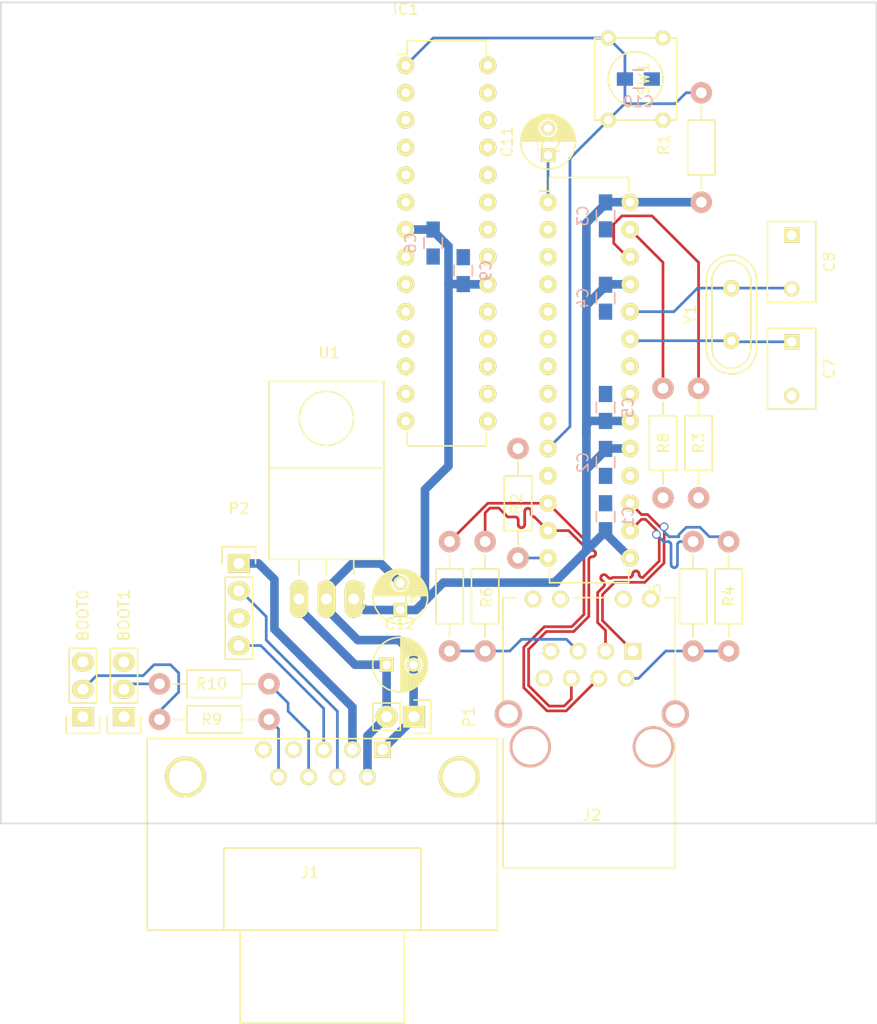
<source format=kicad_pcb>
(kicad_pcb (version 4) (host pcbnew 4.0.2+dfsg1-stable)

  (general
    (links 92)
    (no_connects 54)
    (area 25.578999 87.808999 107.009001 164.159001)
    (thickness 1.6)
    (drawings 4)
    (tracks 388)
    (zones 0)
    (modules 34)
    (nets 33)
  )

  (page A4)
  (layers
    (0 F.Cu signal)
    (31 B.Cu signal)
    (32 B.Adhes user)
    (33 F.Adhes user)
    (34 B.Paste user)
    (35 F.Paste user)
    (36 B.SilkS user)
    (37 F.SilkS user)
    (38 B.Mask user)
    (39 F.Mask user)
    (40 Dwgs.User user)
    (41 Cmts.User user)
    (42 Eco1.User user)
    (43 Eco2.User user)
    (44 Edge.Cuts user)
    (45 Margin user)
    (46 B.CrtYd user)
    (47 F.CrtYd user)
    (48 B.Fab user)
    (49 F.Fab user)
  )

  (setup
    (last_trace_width 0.25)
    (trace_clearance 0.2)
    (zone_clearance 0.508)
    (zone_45_only no)
    (trace_min 0.2)
    (segment_width 0.2)
    (edge_width 0.15)
    (via_size 0.8)
    (via_drill 0.6)
    (via_min_size 0.4)
    (via_min_drill 0.3)
    (uvia_size 0.3)
    (uvia_drill 0.1)
    (uvias_allowed no)
    (uvia_min_size 0.2)
    (uvia_min_drill 0.1)
    (pcb_text_width 0.3)
    (pcb_text_size 1.5 1.5)
    (mod_edge_width 0.15)
    (mod_text_size 1 1)
    (mod_text_width 0.15)
    (pad_size 1.524 1.524)
    (pad_drill 0.762)
    (pad_to_mask_clearance 0.2)
    (aux_axis_origin 0 0)
    (grid_origin 35.814 192.024)
    (visible_elements FFFFFF7F)
    (pcbplotparams
      (layerselection 0x00030_80000001)
      (usegerberextensions false)
      (excludeedgelayer true)
      (linewidth 0.100000)
      (plotframeref false)
      (viasonmask false)
      (mode 1)
      (useauxorigin false)
      (hpglpennumber 1)
      (hpglpenspeed 20)
      (hpglpendiameter 15)
      (hpglpenoverlay 2)
      (psnegative false)
      (psa4output false)
      (plotreference true)
      (plotvalue true)
      (plotinvisibletext false)
      (padsonsilk false)
      (subtractmaskfromsilk false)
      (outputformat 1)
      (mirror false)
      (drillshape 1)
      (scaleselection 1)
      (outputdirectory ""))
  )

  (net 0 "")
  (net 1 +3V3)
  (net 2 GND)
  (net 3 "Net-(C7-Pad1)")
  (net 4 "Net-(C8-Pad2)")
  (net 5 /nRESET)
  (net 6 "Net-(C11-Pad1)")
  (net 7 +5V)
  (net 8 "Net-(IC1-Pad2)")
  (net 9 "Net-(IC1-Pad3)")
  (net 10 "Net-(IC1-Pad16)")
  (net 11 "Net-(IC1-Pad17)")
  (net 12 "Net-(IC1-Pad18)")
  (net 13 "Net-(IC1-Pad19)")
  (net 14 "Net-(IC2-Pad14)")
  (net 15 "Net-(IC2-Pad26)")
  (net 16 "Net-(IC2-Pad27)")
  (net 17 "Net-(J1-Pad3)")
  (net 18 "Net-(J1-Pad7)")
  (net 19 "Net-(J1-Pad8)")
  (net 20 "Net-(J1-Pad9)")
  (net 21 "Net-(J2-Pad2)")
  (net 22 "Net-(J2-Pad5)")
  (net 23 "Net-(J2-PadYA)")
  (net 24 "Net-(J2-PadGA)")
  (net 25 "Net-(J2-Pad13)")
  (net 26 /TPIN-)
  (net 27 /TPIN+)
  (net 28 /TPOUT-)
  (net 29 /TPOUT+)
  (net 30 "Net-(BOOT0-Pad2)")
  (net 31 "Net-(BOOT1-Pad2)")
  (net 32 /SWD3V3)

  (net_class Default "This is the default net class."
    (clearance 0.2)
    (trace_width 0.25)
    (via_dia 0.8)
    (via_drill 0.6)
    (uvia_dia 0.3)
    (uvia_drill 0.1)
    (add_net /TPIN+)
    (add_net /TPIN-)
    (add_net /TPOUT+)
    (add_net /TPOUT-)
    (add_net /nRESET)
    (add_net "Net-(BOOT0-Pad2)")
    (add_net "Net-(BOOT1-Pad2)")
    (add_net "Net-(C11-Pad1)")
    (add_net "Net-(C7-Pad1)")
    (add_net "Net-(C8-Pad2)")
    (add_net "Net-(IC1-Pad16)")
    (add_net "Net-(IC1-Pad17)")
    (add_net "Net-(IC1-Pad18)")
    (add_net "Net-(IC1-Pad19)")
    (add_net "Net-(IC1-Pad2)")
    (add_net "Net-(IC1-Pad3)")
    (add_net "Net-(IC2-Pad14)")
    (add_net "Net-(IC2-Pad26)")
    (add_net "Net-(IC2-Pad27)")
    (add_net "Net-(J1-Pad3)")
    (add_net "Net-(J1-Pad7)")
    (add_net "Net-(J1-Pad8)")
    (add_net "Net-(J1-Pad9)")
    (add_net "Net-(J2-Pad13)")
    (add_net "Net-(J2-Pad2)")
    (add_net "Net-(J2-Pad5)")
    (add_net "Net-(J2-PadGA)")
    (add_net "Net-(J2-PadYA)")
  )

  (net_class Power ""
    (clearance 0.2)
    (trace_width 0.8)
    (via_dia 1)
    (via_drill 0.8)
    (uvia_dia 0.3)
    (uvia_drill 0.1)
    (add_net +3V3)
    (add_net +5V)
    (add_net /SWD3V3)
    (add_net GND)
  )

  (module Housings_DIP:DIP-28_W7.62mm locked (layer F.Cu) (tedit 54130A77) (tstamp 577E970E)
    (at 76.454 106.426)
    (descr "28-lead dip package, row spacing 7.62 mm (300 mils)")
    (tags "dil dip 2.54 300")
    (path /577E8B46)
    (fp_text reference IC2 (at 0 -5.22) (layer F.SilkS)
      (effects (font (size 1 1) (thickness 0.15)))
    )
    (fp_text value ENC28J60-I/SP (at 0 -3.72) (layer F.Fab)
      (effects (font (size 1 1) (thickness 0.15)))
    )
    (fp_line (start -1.05 -2.45) (end -1.05 35.5) (layer F.CrtYd) (width 0.05))
    (fp_line (start 8.65 -2.45) (end 8.65 35.5) (layer F.CrtYd) (width 0.05))
    (fp_line (start -1.05 -2.45) (end 8.65 -2.45) (layer F.CrtYd) (width 0.05))
    (fp_line (start -1.05 35.5) (end 8.65 35.5) (layer F.CrtYd) (width 0.05))
    (fp_line (start 0.135 -2.295) (end 0.135 -1.025) (layer F.SilkS) (width 0.15))
    (fp_line (start 7.485 -2.295) (end 7.485 -1.025) (layer F.SilkS) (width 0.15))
    (fp_line (start 7.485 35.315) (end 7.485 34.045) (layer F.SilkS) (width 0.15))
    (fp_line (start 0.135 35.315) (end 0.135 34.045) (layer F.SilkS) (width 0.15))
    (fp_line (start 0.135 -2.295) (end 7.485 -2.295) (layer F.SilkS) (width 0.15))
    (fp_line (start 0.135 35.315) (end 7.485 35.315) (layer F.SilkS) (width 0.15))
    (fp_line (start 0.135 -1.025) (end -0.8 -1.025) (layer F.SilkS) (width 0.15))
    (pad 1 thru_hole oval (at 0 0) (size 1.6 1.6) (drill 0.8) (layers *.Cu *.Mask F.SilkS)
      (net 6 "Net-(C11-Pad1)"))
    (pad 2 thru_hole oval (at 0 2.54) (size 1.6 1.6) (drill 0.8) (layers *.Cu *.Mask F.SilkS)
      (net 2 GND))
    (pad 3 thru_hole oval (at 0 5.08) (size 1.6 1.6) (drill 0.8) (layers *.Cu *.Mask F.SilkS))
    (pad 4 thru_hole oval (at 0 7.62) (size 1.6 1.6) (drill 0.8) (layers *.Cu *.Mask F.SilkS))
    (pad 5 thru_hole oval (at 0 10.16) (size 1.6 1.6) (drill 0.8) (layers *.Cu *.Mask F.SilkS))
    (pad 6 thru_hole oval (at 0 12.7) (size 1.6 1.6) (drill 0.8) (layers *.Cu *.Mask F.SilkS)
      (net 12 "Net-(IC1-Pad18)"))
    (pad 7 thru_hole oval (at 0 15.24) (size 1.6 1.6) (drill 0.8) (layers *.Cu *.Mask F.SilkS)
      (net 11 "Net-(IC1-Pad17)"))
    (pad 8 thru_hole oval (at 0 17.78) (size 1.6 1.6) (drill 0.8) (layers *.Cu *.Mask F.SilkS)
      (net 13 "Net-(IC1-Pad19)"))
    (pad 9 thru_hole oval (at 0 20.32) (size 1.6 1.6) (drill 0.8) (layers *.Cu *.Mask F.SilkS)
      (net 10 "Net-(IC1-Pad16)"))
    (pad 10 thru_hole oval (at 0 22.86) (size 1.6 1.6) (drill 0.8) (layers *.Cu *.Mask F.SilkS)
      (net 5 /nRESET))
    (pad 11 thru_hole oval (at 0 25.4) (size 1.6 1.6) (drill 0.8) (layers *.Cu *.Mask F.SilkS)
      (net 2 GND))
    (pad 12 thru_hole oval (at 0 27.94) (size 1.6 1.6) (drill 0.8) (layers *.Cu *.Mask F.SilkS)
      (net 26 /TPIN-))
    (pad 13 thru_hole oval (at 0 30.48) (size 1.6 1.6) (drill 0.8) (layers *.Cu *.Mask F.SilkS)
      (net 27 /TPIN+))
    (pad 14 thru_hole oval (at 0 33.02) (size 1.6 1.6) (drill 0.8) (layers *.Cu *.Mask F.SilkS)
      (net 14 "Net-(IC2-Pad14)"))
    (pad 15 thru_hole oval (at 7.62 33.02) (size 1.6 1.6) (drill 0.8) (layers *.Cu *.Mask F.SilkS)
      (net 1 +3V3))
    (pad 16 thru_hole oval (at 7.62 30.48) (size 1.6 1.6) (drill 0.8) (layers *.Cu *.Mask F.SilkS)
      (net 28 /TPOUT-))
    (pad 17 thru_hole oval (at 7.62 27.94) (size 1.6 1.6) (drill 0.8) (layers *.Cu *.Mask F.SilkS)
      (net 29 /TPOUT+))
    (pad 18 thru_hole oval (at 7.62 25.4) (size 1.6 1.6) (drill 0.8) (layers *.Cu *.Mask F.SilkS)
      (net 2 GND))
    (pad 19 thru_hole oval (at 7.62 22.86) (size 1.6 1.6) (drill 0.8) (layers *.Cu *.Mask F.SilkS)
      (net 1 +3V3))
    (pad 20 thru_hole oval (at 7.62 20.32) (size 1.6 1.6) (drill 0.8) (layers *.Cu *.Mask F.SilkS)
      (net 1 +3V3))
    (pad 21 thru_hole oval (at 7.62 17.78) (size 1.6 1.6) (drill 0.8) (layers *.Cu *.Mask F.SilkS)
      (net 2 GND))
    (pad 22 thru_hole oval (at 7.62 15.24) (size 1.6 1.6) (drill 0.8) (layers *.Cu *.Mask F.SilkS)
      (net 2 GND))
    (pad 23 thru_hole oval (at 7.62 12.7) (size 1.6 1.6) (drill 0.8) (layers *.Cu *.Mask F.SilkS)
      (net 3 "Net-(C7-Pad1)"))
    (pad 24 thru_hole oval (at 7.62 10.16) (size 1.6 1.6) (drill 0.8) (layers *.Cu *.Mask F.SilkS)
      (net 4 "Net-(C8-Pad2)"))
    (pad 25 thru_hole oval (at 7.62 7.62) (size 1.6 1.6) (drill 0.8) (layers *.Cu *.Mask F.SilkS)
      (net 1 +3V3))
    (pad 26 thru_hole oval (at 7.62 5.08) (size 1.6 1.6) (drill 0.8) (layers *.Cu *.Mask F.SilkS)
      (net 15 "Net-(IC2-Pad26)"))
    (pad 27 thru_hole oval (at 7.62 2.54) (size 1.6 1.6) (drill 0.8) (layers *.Cu *.Mask F.SilkS)
      (net 16 "Net-(IC2-Pad27)"))
    (pad 28 thru_hole oval (at 7.62 0) (size 1.6 1.6) (drill 0.8) (layers *.Cu *.Mask F.SilkS)
      (net 1 +3V3))
    (model Housings_DIP.3dshapes/DIP-28_W7.62mm.wrl
      (at (xyz 0 0 0))
      (scale (xyz 1 1 1))
      (rotate (xyz 0 0 0))
    )
  )

  (module Capacitors_ThroughHole:C_Disc_D7.5_P5 (layer F.Cu) (tedit 0) (tstamp 577E96AA)
    (at 99.06 119.38 270)
    (descr "Capacitor 7.5mm Disc, Pitch 5mm")
    (tags Capacitor)
    (path /577E9AE2)
    (fp_text reference C7 (at 2.5 -3.5 270) (layer F.SilkS)
      (effects (font (size 1 1) (thickness 0.15)))
    )
    (fp_text value 56p (at 2.5 3.5 270) (layer F.Fab)
      (effects (font (size 1 1) (thickness 0.15)))
    )
    (fp_line (start -1.5 -2.5) (end 6.5 -2.5) (layer F.CrtYd) (width 0.05))
    (fp_line (start 6.5 -2.5) (end 6.5 2.5) (layer F.CrtYd) (width 0.05))
    (fp_line (start 6.5 2.5) (end -1.5 2.5) (layer F.CrtYd) (width 0.05))
    (fp_line (start -1.5 2.5) (end -1.5 -2.5) (layer F.CrtYd) (width 0.05))
    (fp_line (start -1.25 -2.25) (end 6.25 -2.25) (layer F.SilkS) (width 0.15))
    (fp_line (start 6.25 -2.25) (end 6.25 2.25) (layer F.SilkS) (width 0.15))
    (fp_line (start 6.25 2.25) (end -1.25 2.25) (layer F.SilkS) (width 0.15))
    (fp_line (start -1.25 2.25) (end -1.25 -2.25) (layer F.SilkS) (width 0.15))
    (pad 1 thru_hole rect (at 0 0 270) (size 1.4 1.4) (drill 0.9) (layers *.Cu *.Mask F.SilkS)
      (net 3 "Net-(C7-Pad1)"))
    (pad 2 thru_hole circle (at 5 0 270) (size 1.4 1.4) (drill 0.9) (layers *.Cu *.Mask F.SilkS)
      (net 2 GND))
    (model Capacitors_ThroughHole.3dshapes/C_Disc_D7.5_P5.wrl
      (at (xyz 0.0984252 0 0))
      (scale (xyz 1 1 1))
      (rotate (xyz 0 0 0))
    )
  )

  (module Capacitors_ThroughHole:C_Disc_D7.5_P5 (layer F.Cu) (tedit 0) (tstamp 577E96B0)
    (at 99.06 109.474 270)
    (descr "Capacitor 7.5mm Disc, Pitch 5mm")
    (tags Capacitor)
    (path /577E9C0D)
    (fp_text reference C8 (at 2.5 -3.5 270) (layer F.SilkS)
      (effects (font (size 1 1) (thickness 0.15)))
    )
    (fp_text value 56p (at 2.5 3.5 270) (layer F.Fab)
      (effects (font (size 1 1) (thickness 0.15)))
    )
    (fp_line (start -1.5 -2.5) (end 6.5 -2.5) (layer F.CrtYd) (width 0.05))
    (fp_line (start 6.5 -2.5) (end 6.5 2.5) (layer F.CrtYd) (width 0.05))
    (fp_line (start 6.5 2.5) (end -1.5 2.5) (layer F.CrtYd) (width 0.05))
    (fp_line (start -1.5 2.5) (end -1.5 -2.5) (layer F.CrtYd) (width 0.05))
    (fp_line (start -1.25 -2.25) (end 6.25 -2.25) (layer F.SilkS) (width 0.15))
    (fp_line (start 6.25 -2.25) (end 6.25 2.25) (layer F.SilkS) (width 0.15))
    (fp_line (start 6.25 2.25) (end -1.25 2.25) (layer F.SilkS) (width 0.15))
    (fp_line (start -1.25 2.25) (end -1.25 -2.25) (layer F.SilkS) (width 0.15))
    (pad 1 thru_hole rect (at 0 0 270) (size 1.4 1.4) (drill 0.9) (layers *.Cu *.Mask F.SilkS)
      (net 2 GND))
    (pad 2 thru_hole circle (at 5 0 270) (size 1.4 1.4) (drill 0.9) (layers *.Cu *.Mask F.SilkS)
      (net 4 "Net-(C8-Pad2)"))
    (model Capacitors_ThroughHole.3dshapes/C_Disc_D7.5_P5.wrl
      (at (xyz 0.0984252 0 0))
      (scale (xyz 1 1 1))
      (rotate (xyz 0 0 0))
    )
  )

  (module Capacitors_ThroughHole:C_Radial_D5_L6_P2.5 (layer F.Cu) (tedit 0) (tstamp 577E96C2)
    (at 76.454 102.068 90)
    (descr "Radial Electrolytic Capacitor Diameter 5mm x Length 6mm, Pitch 2.5mm")
    (tags "Electrolytic Capacitor")
    (path /577E94D1)
    (fp_text reference C11 (at 1.25 -3.8 90) (layer F.SilkS)
      (effects (font (size 1 1) (thickness 0.15)))
    )
    (fp_text value 10u (at 1.25 3.8 90) (layer F.Fab)
      (effects (font (size 1 1) (thickness 0.15)))
    )
    (fp_line (start 1.325 -2.499) (end 1.325 2.499) (layer F.SilkS) (width 0.15))
    (fp_line (start 1.465 -2.491) (end 1.465 2.491) (layer F.SilkS) (width 0.15))
    (fp_line (start 1.605 -2.475) (end 1.605 -0.095) (layer F.SilkS) (width 0.15))
    (fp_line (start 1.605 0.095) (end 1.605 2.475) (layer F.SilkS) (width 0.15))
    (fp_line (start 1.745 -2.451) (end 1.745 -0.49) (layer F.SilkS) (width 0.15))
    (fp_line (start 1.745 0.49) (end 1.745 2.451) (layer F.SilkS) (width 0.15))
    (fp_line (start 1.885 -2.418) (end 1.885 -0.657) (layer F.SilkS) (width 0.15))
    (fp_line (start 1.885 0.657) (end 1.885 2.418) (layer F.SilkS) (width 0.15))
    (fp_line (start 2.025 -2.377) (end 2.025 -0.764) (layer F.SilkS) (width 0.15))
    (fp_line (start 2.025 0.764) (end 2.025 2.377) (layer F.SilkS) (width 0.15))
    (fp_line (start 2.165 -2.327) (end 2.165 -0.835) (layer F.SilkS) (width 0.15))
    (fp_line (start 2.165 0.835) (end 2.165 2.327) (layer F.SilkS) (width 0.15))
    (fp_line (start 2.305 -2.266) (end 2.305 -0.879) (layer F.SilkS) (width 0.15))
    (fp_line (start 2.305 0.879) (end 2.305 2.266) (layer F.SilkS) (width 0.15))
    (fp_line (start 2.445 -2.196) (end 2.445 -0.898) (layer F.SilkS) (width 0.15))
    (fp_line (start 2.445 0.898) (end 2.445 2.196) (layer F.SilkS) (width 0.15))
    (fp_line (start 2.585 -2.114) (end 2.585 -0.896) (layer F.SilkS) (width 0.15))
    (fp_line (start 2.585 0.896) (end 2.585 2.114) (layer F.SilkS) (width 0.15))
    (fp_line (start 2.725 -2.019) (end 2.725 -0.871) (layer F.SilkS) (width 0.15))
    (fp_line (start 2.725 0.871) (end 2.725 2.019) (layer F.SilkS) (width 0.15))
    (fp_line (start 2.865 -1.908) (end 2.865 -0.823) (layer F.SilkS) (width 0.15))
    (fp_line (start 2.865 0.823) (end 2.865 1.908) (layer F.SilkS) (width 0.15))
    (fp_line (start 3.005 -1.78) (end 3.005 -0.745) (layer F.SilkS) (width 0.15))
    (fp_line (start 3.005 0.745) (end 3.005 1.78) (layer F.SilkS) (width 0.15))
    (fp_line (start 3.145 -1.631) (end 3.145 -0.628) (layer F.SilkS) (width 0.15))
    (fp_line (start 3.145 0.628) (end 3.145 1.631) (layer F.SilkS) (width 0.15))
    (fp_line (start 3.285 -1.452) (end 3.285 -0.44) (layer F.SilkS) (width 0.15))
    (fp_line (start 3.285 0.44) (end 3.285 1.452) (layer F.SilkS) (width 0.15))
    (fp_line (start 3.425 -1.233) (end 3.425 1.233) (layer F.SilkS) (width 0.15))
    (fp_line (start 3.565 -0.944) (end 3.565 0.944) (layer F.SilkS) (width 0.15))
    (fp_line (start 3.705 -0.472) (end 3.705 0.472) (layer F.SilkS) (width 0.15))
    (fp_circle (center 2.5 0) (end 2.5 -0.9) (layer F.SilkS) (width 0.15))
    (fp_circle (center 1.25 0) (end 1.25 -2.5375) (layer F.SilkS) (width 0.15))
    (fp_circle (center 1.25 0) (end 1.25 -2.8) (layer F.CrtYd) (width 0.05))
    (pad 1 thru_hole rect (at 0 0 90) (size 1.3 1.3) (drill 0.8) (layers *.Cu *.Mask F.SilkS)
      (net 6 "Net-(C11-Pad1)"))
    (pad 2 thru_hole circle (at 2.5 0 90) (size 1.3 1.3) (drill 0.8) (layers *.Cu *.Mask F.SilkS)
      (net 2 GND))
    (model Capacitors_ThroughHole.3dshapes/C_Radial_D5_L6_P2.5.wrl
      (at (xyz 0.0492126 0 0))
      (scale (xyz 1 1 1))
      (rotate (xyz 0 0 90))
    )
  )

  (module Capacitors_ThroughHole:C_Radial_D5_L6_P2.5 (layer F.Cu) (tedit 0) (tstamp 577E96C8)
    (at 61.468 149.352)
    (descr "Radial Electrolytic Capacitor Diameter 5mm x Length 6mm, Pitch 2.5mm")
    (tags "Electrolytic Capacitor")
    (path /577EB701)
    (fp_text reference C12 (at 1.25 -3.8) (layer F.SilkS)
      (effects (font (size 1 1) (thickness 0.15)))
    )
    (fp_text value 10u (at 1.25 3.8) (layer F.Fab)
      (effects (font (size 1 1) (thickness 0.15)))
    )
    (fp_line (start 1.325 -2.499) (end 1.325 2.499) (layer F.SilkS) (width 0.15))
    (fp_line (start 1.465 -2.491) (end 1.465 2.491) (layer F.SilkS) (width 0.15))
    (fp_line (start 1.605 -2.475) (end 1.605 -0.095) (layer F.SilkS) (width 0.15))
    (fp_line (start 1.605 0.095) (end 1.605 2.475) (layer F.SilkS) (width 0.15))
    (fp_line (start 1.745 -2.451) (end 1.745 -0.49) (layer F.SilkS) (width 0.15))
    (fp_line (start 1.745 0.49) (end 1.745 2.451) (layer F.SilkS) (width 0.15))
    (fp_line (start 1.885 -2.418) (end 1.885 -0.657) (layer F.SilkS) (width 0.15))
    (fp_line (start 1.885 0.657) (end 1.885 2.418) (layer F.SilkS) (width 0.15))
    (fp_line (start 2.025 -2.377) (end 2.025 -0.764) (layer F.SilkS) (width 0.15))
    (fp_line (start 2.025 0.764) (end 2.025 2.377) (layer F.SilkS) (width 0.15))
    (fp_line (start 2.165 -2.327) (end 2.165 -0.835) (layer F.SilkS) (width 0.15))
    (fp_line (start 2.165 0.835) (end 2.165 2.327) (layer F.SilkS) (width 0.15))
    (fp_line (start 2.305 -2.266) (end 2.305 -0.879) (layer F.SilkS) (width 0.15))
    (fp_line (start 2.305 0.879) (end 2.305 2.266) (layer F.SilkS) (width 0.15))
    (fp_line (start 2.445 -2.196) (end 2.445 -0.898) (layer F.SilkS) (width 0.15))
    (fp_line (start 2.445 0.898) (end 2.445 2.196) (layer F.SilkS) (width 0.15))
    (fp_line (start 2.585 -2.114) (end 2.585 -0.896) (layer F.SilkS) (width 0.15))
    (fp_line (start 2.585 0.896) (end 2.585 2.114) (layer F.SilkS) (width 0.15))
    (fp_line (start 2.725 -2.019) (end 2.725 -0.871) (layer F.SilkS) (width 0.15))
    (fp_line (start 2.725 0.871) (end 2.725 2.019) (layer F.SilkS) (width 0.15))
    (fp_line (start 2.865 -1.908) (end 2.865 -0.823) (layer F.SilkS) (width 0.15))
    (fp_line (start 2.865 0.823) (end 2.865 1.908) (layer F.SilkS) (width 0.15))
    (fp_line (start 3.005 -1.78) (end 3.005 -0.745) (layer F.SilkS) (width 0.15))
    (fp_line (start 3.005 0.745) (end 3.005 1.78) (layer F.SilkS) (width 0.15))
    (fp_line (start 3.145 -1.631) (end 3.145 -0.628) (layer F.SilkS) (width 0.15))
    (fp_line (start 3.145 0.628) (end 3.145 1.631) (layer F.SilkS) (width 0.15))
    (fp_line (start 3.285 -1.452) (end 3.285 -0.44) (layer F.SilkS) (width 0.15))
    (fp_line (start 3.285 0.44) (end 3.285 1.452) (layer F.SilkS) (width 0.15))
    (fp_line (start 3.425 -1.233) (end 3.425 1.233) (layer F.SilkS) (width 0.15))
    (fp_line (start 3.565 -0.944) (end 3.565 0.944) (layer F.SilkS) (width 0.15))
    (fp_line (start 3.705 -0.472) (end 3.705 0.472) (layer F.SilkS) (width 0.15))
    (fp_circle (center 2.5 0) (end 2.5 -0.9) (layer F.SilkS) (width 0.15))
    (fp_circle (center 1.25 0) (end 1.25 -2.5375) (layer F.SilkS) (width 0.15))
    (fp_circle (center 1.25 0) (end 1.25 -2.8) (layer F.CrtYd) (width 0.05))
    (pad 1 thru_hole rect (at 0 0) (size 1.3 1.3) (drill 0.8) (layers *.Cu *.Mask F.SilkS)
      (net 7 +5V))
    (pad 2 thru_hole circle (at 2.5 0) (size 1.3 1.3) (drill 0.8) (layers *.Cu *.Mask F.SilkS)
      (net 2 GND))
    (model Capacitors_ThroughHole.3dshapes/C_Radial_D5_L6_P2.5.wrl
      (at (xyz 0.0492126 0 0))
      (scale (xyz 1 1 1))
      (rotate (xyz 0 0 90))
    )
  )

  (module Capacitors_ThroughHole:C_Radial_D5_L6_P2.5 (layer F.Cu) (tedit 0) (tstamp 577E96CE)
    (at 62.738 144.272 90)
    (descr "Radial Electrolytic Capacitor Diameter 5mm x Length 6mm, Pitch 2.5mm")
    (tags "Electrolytic Capacitor")
    (path /577EB77C)
    (fp_text reference C13 (at 1.25 -3.8 90) (layer F.SilkS)
      (effects (font (size 1 1) (thickness 0.15)))
    )
    (fp_text value 10u (at 1.25 3.8 90) (layer F.Fab)
      (effects (font (size 1 1) (thickness 0.15)))
    )
    (fp_line (start 1.325 -2.499) (end 1.325 2.499) (layer F.SilkS) (width 0.15))
    (fp_line (start 1.465 -2.491) (end 1.465 2.491) (layer F.SilkS) (width 0.15))
    (fp_line (start 1.605 -2.475) (end 1.605 -0.095) (layer F.SilkS) (width 0.15))
    (fp_line (start 1.605 0.095) (end 1.605 2.475) (layer F.SilkS) (width 0.15))
    (fp_line (start 1.745 -2.451) (end 1.745 -0.49) (layer F.SilkS) (width 0.15))
    (fp_line (start 1.745 0.49) (end 1.745 2.451) (layer F.SilkS) (width 0.15))
    (fp_line (start 1.885 -2.418) (end 1.885 -0.657) (layer F.SilkS) (width 0.15))
    (fp_line (start 1.885 0.657) (end 1.885 2.418) (layer F.SilkS) (width 0.15))
    (fp_line (start 2.025 -2.377) (end 2.025 -0.764) (layer F.SilkS) (width 0.15))
    (fp_line (start 2.025 0.764) (end 2.025 2.377) (layer F.SilkS) (width 0.15))
    (fp_line (start 2.165 -2.327) (end 2.165 -0.835) (layer F.SilkS) (width 0.15))
    (fp_line (start 2.165 0.835) (end 2.165 2.327) (layer F.SilkS) (width 0.15))
    (fp_line (start 2.305 -2.266) (end 2.305 -0.879) (layer F.SilkS) (width 0.15))
    (fp_line (start 2.305 0.879) (end 2.305 2.266) (layer F.SilkS) (width 0.15))
    (fp_line (start 2.445 -2.196) (end 2.445 -0.898) (layer F.SilkS) (width 0.15))
    (fp_line (start 2.445 0.898) (end 2.445 2.196) (layer F.SilkS) (width 0.15))
    (fp_line (start 2.585 -2.114) (end 2.585 -0.896) (layer F.SilkS) (width 0.15))
    (fp_line (start 2.585 0.896) (end 2.585 2.114) (layer F.SilkS) (width 0.15))
    (fp_line (start 2.725 -2.019) (end 2.725 -0.871) (layer F.SilkS) (width 0.15))
    (fp_line (start 2.725 0.871) (end 2.725 2.019) (layer F.SilkS) (width 0.15))
    (fp_line (start 2.865 -1.908) (end 2.865 -0.823) (layer F.SilkS) (width 0.15))
    (fp_line (start 2.865 0.823) (end 2.865 1.908) (layer F.SilkS) (width 0.15))
    (fp_line (start 3.005 -1.78) (end 3.005 -0.745) (layer F.SilkS) (width 0.15))
    (fp_line (start 3.005 0.745) (end 3.005 1.78) (layer F.SilkS) (width 0.15))
    (fp_line (start 3.145 -1.631) (end 3.145 -0.628) (layer F.SilkS) (width 0.15))
    (fp_line (start 3.145 0.628) (end 3.145 1.631) (layer F.SilkS) (width 0.15))
    (fp_line (start 3.285 -1.452) (end 3.285 -0.44) (layer F.SilkS) (width 0.15))
    (fp_line (start 3.285 0.44) (end 3.285 1.452) (layer F.SilkS) (width 0.15))
    (fp_line (start 3.425 -1.233) (end 3.425 1.233) (layer F.SilkS) (width 0.15))
    (fp_line (start 3.565 -0.944) (end 3.565 0.944) (layer F.SilkS) (width 0.15))
    (fp_line (start 3.705 -0.472) (end 3.705 0.472) (layer F.SilkS) (width 0.15))
    (fp_circle (center 2.5 0) (end 2.5 -0.9) (layer F.SilkS) (width 0.15))
    (fp_circle (center 1.25 0) (end 1.25 -2.5375) (layer F.SilkS) (width 0.15))
    (fp_circle (center 1.25 0) (end 1.25 -2.8) (layer F.CrtYd) (width 0.05))
    (pad 1 thru_hole rect (at 0 0 90) (size 1.3 1.3) (drill 0.8) (layers *.Cu *.Mask F.SilkS)
      (net 1 +3V3))
    (pad 2 thru_hole circle (at 2.5 0 90) (size 1.3 1.3) (drill 0.8) (layers *.Cu *.Mask F.SilkS)
      (net 2 GND))
    (model Capacitors_ThroughHole.3dshapes/C_Radial_D5_L6_P2.5.wrl
      (at (xyz 0.0492126 0 0))
      (scale (xyz 1 1 1))
      (rotate (xyz 0 0 90))
    )
  )

  (module Housings_DIP:DIP-28_W7.62mm (layer F.Cu) (tedit 54130A77) (tstamp 577E96EE)
    (at 63.246 93.726)
    (descr "28-lead dip package, row spacing 7.62 mm (300 mils)")
    (tags "dil dip 2.54 300")
    (path /577EAE79)
    (fp_text reference IC1 (at 0 -5.22) (layer F.SilkS)
      (effects (font (size 1 1) (thickness 0.15)))
    )
    (fp_text value ATMEGA88PA-P (at 0 -3.72) (layer F.Fab)
      (effects (font (size 1 1) (thickness 0.15)))
    )
    (fp_line (start -1.05 -2.45) (end -1.05 35.5) (layer F.CrtYd) (width 0.05))
    (fp_line (start 8.65 -2.45) (end 8.65 35.5) (layer F.CrtYd) (width 0.05))
    (fp_line (start -1.05 -2.45) (end 8.65 -2.45) (layer F.CrtYd) (width 0.05))
    (fp_line (start -1.05 35.5) (end 8.65 35.5) (layer F.CrtYd) (width 0.05))
    (fp_line (start 0.135 -2.295) (end 0.135 -1.025) (layer F.SilkS) (width 0.15))
    (fp_line (start 7.485 -2.295) (end 7.485 -1.025) (layer F.SilkS) (width 0.15))
    (fp_line (start 7.485 35.315) (end 7.485 34.045) (layer F.SilkS) (width 0.15))
    (fp_line (start 0.135 35.315) (end 0.135 34.045) (layer F.SilkS) (width 0.15))
    (fp_line (start 0.135 -2.295) (end 7.485 -2.295) (layer F.SilkS) (width 0.15))
    (fp_line (start 0.135 35.315) (end 7.485 35.315) (layer F.SilkS) (width 0.15))
    (fp_line (start 0.135 -1.025) (end -0.8 -1.025) (layer F.SilkS) (width 0.15))
    (pad 1 thru_hole oval (at 0 0) (size 1.6 1.6) (drill 0.8) (layers *.Cu *.Mask F.SilkS)
      (net 5 /nRESET))
    (pad 2 thru_hole oval (at 0 2.54) (size 1.6 1.6) (drill 0.8) (layers *.Cu *.Mask F.SilkS)
      (net 8 "Net-(IC1-Pad2)"))
    (pad 3 thru_hole oval (at 0 5.08) (size 1.6 1.6) (drill 0.8) (layers *.Cu *.Mask F.SilkS)
      (net 9 "Net-(IC1-Pad3)"))
    (pad 4 thru_hole oval (at 0 7.62) (size 1.6 1.6) (drill 0.8) (layers *.Cu *.Mask F.SilkS))
    (pad 5 thru_hole oval (at 0 10.16) (size 1.6 1.6) (drill 0.8) (layers *.Cu *.Mask F.SilkS))
    (pad 6 thru_hole oval (at 0 12.7) (size 1.6 1.6) (drill 0.8) (layers *.Cu *.Mask F.SilkS))
    (pad 7 thru_hole oval (at 0 15.24) (size 1.6 1.6) (drill 0.8) (layers *.Cu *.Mask F.SilkS)
      (net 1 +3V3))
    (pad 8 thru_hole oval (at 0 17.78) (size 1.6 1.6) (drill 0.8) (layers *.Cu *.Mask F.SilkS)
      (net 2 GND))
    (pad 9 thru_hole oval (at 0 20.32) (size 1.6 1.6) (drill 0.8) (layers *.Cu *.Mask F.SilkS))
    (pad 10 thru_hole oval (at 0 22.86) (size 1.6 1.6) (drill 0.8) (layers *.Cu *.Mask F.SilkS))
    (pad 11 thru_hole oval (at 0 25.4) (size 1.6 1.6) (drill 0.8) (layers *.Cu *.Mask F.SilkS))
    (pad 12 thru_hole oval (at 0 27.94) (size 1.6 1.6) (drill 0.8) (layers *.Cu *.Mask F.SilkS))
    (pad 13 thru_hole oval (at 0 30.48) (size 1.6 1.6) (drill 0.8) (layers *.Cu *.Mask F.SilkS))
    (pad 14 thru_hole oval (at 0 33.02) (size 1.6 1.6) (drill 0.8) (layers *.Cu *.Mask F.SilkS))
    (pad 15 thru_hole oval (at 7.62 33.02) (size 1.6 1.6) (drill 0.8) (layers *.Cu *.Mask F.SilkS))
    (pad 16 thru_hole oval (at 7.62 30.48) (size 1.6 1.6) (drill 0.8) (layers *.Cu *.Mask F.SilkS)
      (net 10 "Net-(IC1-Pad16)"))
    (pad 17 thru_hole oval (at 7.62 27.94) (size 1.6 1.6) (drill 0.8) (layers *.Cu *.Mask F.SilkS)
      (net 11 "Net-(IC1-Pad17)"))
    (pad 18 thru_hole oval (at 7.62 25.4) (size 1.6 1.6) (drill 0.8) (layers *.Cu *.Mask F.SilkS)
      (net 12 "Net-(IC1-Pad18)"))
    (pad 19 thru_hole oval (at 7.62 22.86) (size 1.6 1.6) (drill 0.8) (layers *.Cu *.Mask F.SilkS)
      (net 13 "Net-(IC1-Pad19)"))
    (pad 20 thru_hole oval (at 7.62 20.32) (size 1.6 1.6) (drill 0.8) (layers *.Cu *.Mask F.SilkS)
      (net 1 +3V3))
    (pad 21 thru_hole oval (at 7.62 17.78) (size 1.6 1.6) (drill 0.8) (layers *.Cu *.Mask F.SilkS))
    (pad 22 thru_hole oval (at 7.62 15.24) (size 1.6 1.6) (drill 0.8) (layers *.Cu *.Mask F.SilkS)
      (net 2 GND))
    (pad 23 thru_hole oval (at 7.62 12.7) (size 1.6 1.6) (drill 0.8) (layers *.Cu *.Mask F.SilkS))
    (pad 24 thru_hole oval (at 7.62 10.16) (size 1.6 1.6) (drill 0.8) (layers *.Cu *.Mask F.SilkS))
    (pad 25 thru_hole oval (at 7.62 7.62) (size 1.6 1.6) (drill 0.8) (layers *.Cu *.Mask F.SilkS))
    (pad 26 thru_hole oval (at 7.62 5.08) (size 1.6 1.6) (drill 0.8) (layers *.Cu *.Mask F.SilkS))
    (pad 27 thru_hole oval (at 7.62 2.54) (size 1.6 1.6) (drill 0.8) (layers *.Cu *.Mask F.SilkS))
    (pad 28 thru_hole oval (at 7.62 0) (size 1.6 1.6) (drill 0.8) (layers *.Cu *.Mask F.SilkS))
    (model Housings_DIP.3dshapes/DIP-28_W7.62mm.wrl
      (at (xyz 0 0 0))
      (scale (xyz 1 1 1))
      (rotate (xyz 0 0 0))
    )
  )

  (module Connect:DB9FC (layer F.Cu) (tedit 0) (tstamp 577E971D)
    (at 55.626 158.496 180)
    (descr "Connecteur DB9 femelle couche")
    (tags "CONN DB9")
    (path /577EBB63)
    (fp_text reference J1 (at 1.27 -10.16 180) (layer F.SilkS)
      (effects (font (size 1 1) (thickness 0.15)))
    )
    (fp_text value DB9 (at 1.27 -3.81 180) (layer F.Fab)
      (effects (font (size 1 1) (thickness 0.15)))
    )
    (fp_line (start -16.129 2.286) (end 16.383 2.286) (layer F.SilkS) (width 0.15))
    (fp_line (start 16.383 2.286) (end 16.383 -15.494) (layer F.SilkS) (width 0.15))
    (fp_line (start 16.383 -15.494) (end -16.129 -15.494) (layer F.SilkS) (width 0.15))
    (fp_line (start -16.129 -15.494) (end -16.129 2.286) (layer F.SilkS) (width 0.15))
    (fp_line (start -9.017 -15.494) (end -9.017 -7.874) (layer F.SilkS) (width 0.15))
    (fp_line (start -9.017 -7.874) (end 9.271 -7.874) (layer F.SilkS) (width 0.15))
    (fp_line (start 9.271 -7.874) (end 9.271 -15.494) (layer F.SilkS) (width 0.15))
    (fp_line (start -7.493 -15.494) (end -7.493 -24.13) (layer F.SilkS) (width 0.15))
    (fp_line (start -7.493 -24.13) (end 7.747 -24.13) (layer F.SilkS) (width 0.15))
    (fp_line (start 7.747 -24.13) (end 7.747 -15.494) (layer F.SilkS) (width 0.15))
    (pad "" thru_hole circle (at 12.827 -1.27 180) (size 3.81 3.81) (drill 3.048) (layers *.Cu *.Mask F.SilkS))
    (pad "" thru_hole circle (at -12.573 -1.27 180) (size 3.81 3.81) (drill 3.048) (layers *.Cu *.Mask F.SilkS))
    (pad 1 thru_hole rect (at -5.461 1.27 180) (size 1.524 1.524) (drill 1.016) (layers *.Cu *.Mask F.SilkS)
      (net 2 GND))
    (pad 2 thru_hole circle (at -2.667 1.27 180) (size 1.524 1.524) (drill 1.016) (layers *.Cu *.Mask F.SilkS)
      (net 32 /SWD3V3))
    (pad 3 thru_hole circle (at 0 1.27 180) (size 1.524 1.524) (drill 1.016) (layers *.Cu *.Mask F.SilkS)
      (net 17 "Net-(J1-Pad3)"))
    (pad 4 thru_hole circle (at 2.794 1.27 180) (size 1.524 1.524) (drill 1.016) (layers *.Cu *.Mask F.SilkS)
      (net 9 "Net-(IC1-Pad3)"))
    (pad 5 thru_hole circle (at 5.588 1.27 180) (size 1.524 1.524) (drill 1.016) (layers *.Cu *.Mask F.SilkS)
      (net 8 "Net-(IC1-Pad2)"))
    (pad 6 thru_hole circle (at -4.064 -1.27 180) (size 1.524 1.524) (drill 1.016) (layers *.Cu *.Mask F.SilkS)
      (net 7 +5V))
    (pad 7 thru_hole circle (at -1.27 -1.27 180) (size 1.524 1.524) (drill 1.016) (layers *.Cu *.Mask F.SilkS)
      (net 18 "Net-(J1-Pad7)"))
    (pad 8 thru_hole circle (at 1.397 -1.27 180) (size 1.524 1.524) (drill 1.016) (layers *.Cu *.Mask F.SilkS)
      (net 19 "Net-(J1-Pad8)"))
    (pad 9 thru_hole circle (at 4.191 -1.27 180) (size 1.524 1.524) (drill 1.016) (layers *.Cu *.Mask F.SilkS)
      (net 20 "Net-(J1-Pad9)"))
    (model Connect.3dshapes/DB9FC.wrl
      (at (xyz 0 0 0))
      (scale (xyz 1 1 1))
      (rotate (xyz 0 0 0))
    )
  )

  (module Pin_Headers:Pin_Header_Straight_1x02 (layer F.Cu) (tedit 54EA090C) (tstamp 577E9737)
    (at 64.008 154.178 270)
    (descr "Through hole pin header")
    (tags "pin header")
    (path /577E9DF9)
    (fp_text reference P1 (at 0 -5.1 270) (layer F.SilkS)
      (effects (font (size 1 1) (thickness 0.15)))
    )
    (fp_text value CONN_01X02 (at 0 -3.1 270) (layer F.Fab)
      (effects (font (size 1 1) (thickness 0.15)))
    )
    (fp_line (start 1.27 1.27) (end 1.27 3.81) (layer F.SilkS) (width 0.15))
    (fp_line (start 1.55 -1.55) (end 1.55 0) (layer F.SilkS) (width 0.15))
    (fp_line (start -1.75 -1.75) (end -1.75 4.3) (layer F.CrtYd) (width 0.05))
    (fp_line (start 1.75 -1.75) (end 1.75 4.3) (layer F.CrtYd) (width 0.05))
    (fp_line (start -1.75 -1.75) (end 1.75 -1.75) (layer F.CrtYd) (width 0.05))
    (fp_line (start -1.75 4.3) (end 1.75 4.3) (layer F.CrtYd) (width 0.05))
    (fp_line (start 1.27 1.27) (end -1.27 1.27) (layer F.SilkS) (width 0.15))
    (fp_line (start -1.55 0) (end -1.55 -1.55) (layer F.SilkS) (width 0.15))
    (fp_line (start -1.55 -1.55) (end 1.55 -1.55) (layer F.SilkS) (width 0.15))
    (fp_line (start -1.27 1.27) (end -1.27 3.81) (layer F.SilkS) (width 0.15))
    (fp_line (start -1.27 3.81) (end 1.27 3.81) (layer F.SilkS) (width 0.15))
    (pad 1 thru_hole rect (at 0 0 270) (size 2.032 2.032) (drill 1.016) (layers *.Cu *.Mask F.SilkS)
      (net 2 GND))
    (pad 2 thru_hole oval (at 0 2.54 270) (size 2.032 2.032) (drill 1.016) (layers *.Cu *.Mask F.SilkS)
      (net 7 +5V))
    (model Pin_Headers.3dshapes/Pin_Header_Straight_1x02.wrl
      (at (xyz 0 -0.05 0))
      (scale (xyz 1 1 1))
      (rotate (xyz 0 0 90))
    )
  )

  (module Pin_Headers:Pin_Header_Straight_1x04 (layer F.Cu) (tedit 0) (tstamp 577E973F)
    (at 47.752 139.954)
    (descr "Through hole pin header")
    (tags "pin header")
    (path /577EBF9C)
    (fp_text reference P2 (at 0 -5.1) (layer F.SilkS)
      (effects (font (size 1 1) (thickness 0.15)))
    )
    (fp_text value SWD (at 0 -3.1) (layer F.Fab)
      (effects (font (size 1 1) (thickness 0.15)))
    )
    (fp_line (start -1.75 -1.75) (end -1.75 9.4) (layer F.CrtYd) (width 0.05))
    (fp_line (start 1.75 -1.75) (end 1.75 9.4) (layer F.CrtYd) (width 0.05))
    (fp_line (start -1.75 -1.75) (end 1.75 -1.75) (layer F.CrtYd) (width 0.05))
    (fp_line (start -1.75 9.4) (end 1.75 9.4) (layer F.CrtYd) (width 0.05))
    (fp_line (start -1.27 1.27) (end -1.27 8.89) (layer F.SilkS) (width 0.15))
    (fp_line (start 1.27 1.27) (end 1.27 8.89) (layer F.SilkS) (width 0.15))
    (fp_line (start 1.55 -1.55) (end 1.55 0) (layer F.SilkS) (width 0.15))
    (fp_line (start -1.27 8.89) (end 1.27 8.89) (layer F.SilkS) (width 0.15))
    (fp_line (start 1.27 1.27) (end -1.27 1.27) (layer F.SilkS) (width 0.15))
    (fp_line (start -1.55 0) (end -1.55 -1.55) (layer F.SilkS) (width 0.15))
    (fp_line (start -1.55 -1.55) (end 1.55 -1.55) (layer F.SilkS) (width 0.15))
    (pad 1 thru_hole rect (at 0 0) (size 2.032 1.7272) (drill 1.016) (layers *.Cu *.Mask F.SilkS)
      (net 32 /SWD3V3))
    (pad 2 thru_hole oval (at 0 2.54) (size 2.032 1.7272) (drill 1.016) (layers *.Cu *.Mask F.SilkS)
      (net 18 "Net-(J1-Pad7)"))
    (pad 3 thru_hole oval (at 0 5.08) (size 2.032 1.7272) (drill 1.016) (layers *.Cu *.Mask F.SilkS)
      (net 2 GND))
    (pad 4 thru_hole oval (at 0 7.62) (size 2.032 1.7272) (drill 1.016) (layers *.Cu *.Mask F.SilkS)
      (net 17 "Net-(J1-Pad3)"))
    (model Pin_Headers.3dshapes/Pin_Header_Straight_1x04.wrl
      (at (xyz 0 -0.15 0))
      (scale (xyz 1 1 1))
      (rotate (xyz 0 0 90))
    )
  )

  (module Resistors_ThroughHole:Resistor_Horizontal_RM10mm (layer F.Cu) (tedit 56648415) (tstamp 577E9745)
    (at 90.678 106.426 90)
    (descr "Resistor, Axial,  RM 10mm, 1/3W")
    (tags "Resistor Axial RM 10mm 1/3W")
    (path /577EA362)
    (fp_text reference R1 (at 5.32892 -3.50012 90) (layer F.SilkS)
      (effects (font (size 1 1) (thickness 0.15)))
    )
    (fp_text value 4.7k (at 5.08 3.81 90) (layer F.Fab)
      (effects (font (size 1 1) (thickness 0.15)))
    )
    (fp_line (start -1.25 -1.5) (end 11.4 -1.5) (layer F.CrtYd) (width 0.05))
    (fp_line (start -1.25 1.5) (end -1.25 -1.5) (layer F.CrtYd) (width 0.05))
    (fp_line (start 11.4 -1.5) (end 11.4 1.5) (layer F.CrtYd) (width 0.05))
    (fp_line (start -1.25 1.5) (end 11.4 1.5) (layer F.CrtYd) (width 0.05))
    (fp_line (start 2.54 -1.27) (end 7.62 -1.27) (layer F.SilkS) (width 0.15))
    (fp_line (start 7.62 -1.27) (end 7.62 1.27) (layer F.SilkS) (width 0.15))
    (fp_line (start 7.62 1.27) (end 2.54 1.27) (layer F.SilkS) (width 0.15))
    (fp_line (start 2.54 1.27) (end 2.54 -1.27) (layer F.SilkS) (width 0.15))
    (fp_line (start 2.54 0) (end 1.27 0) (layer F.SilkS) (width 0.15))
    (fp_line (start 7.62 0) (end 8.89 0) (layer F.SilkS) (width 0.15))
    (pad 1 thru_hole circle (at 0 0 90) (size 1.99898 1.99898) (drill 1.00076) (layers *.Cu *.SilkS *.Mask)
      (net 1 +3V3))
    (pad 2 thru_hole circle (at 10.16 0 90) (size 1.99898 1.99898) (drill 1.00076) (layers *.Cu *.SilkS *.Mask)
      (net 5 /nRESET))
    (model Resistors_ThroughHole.3dshapes/Resistor_Horizontal_RM10mm.wrl
      (at (xyz 0 0 0))
      (scale (xyz 0.4 0.4 0.4))
      (rotate (xyz 0 0 0))
    )
  )

  (module Resistors_ThroughHole:Resistor_Horizontal_RM10mm (layer F.Cu) (tedit 577E9918) (tstamp 577E974B)
    (at 73.66 139.446 90)
    (descr "Resistor, Axial,  RM 10mm, 1/3W")
    (tags "Resistor Axial RM 10mm 1/3W")
    (path /577E938E)
    (fp_text reference R2 (at 5.040999 -0.14312 90) (layer F.SilkS)
      (effects (font (size 1 1) (thickness 0.15)))
    )
    (fp_text value 2.32k (at 5.08 3.81 90) (layer F.Fab)
      (effects (font (size 1 1) (thickness 0.15)))
    )
    (fp_line (start -1.25 -1.5) (end 11.4 -1.5) (layer F.CrtYd) (width 0.05))
    (fp_line (start -1.25 1.5) (end -1.25 -1.5) (layer F.CrtYd) (width 0.05))
    (fp_line (start 11.4 -1.5) (end 11.4 1.5) (layer F.CrtYd) (width 0.05))
    (fp_line (start -1.25 1.5) (end 11.4 1.5) (layer F.CrtYd) (width 0.05))
    (fp_line (start 2.54 -1.27) (end 7.62 -1.27) (layer F.SilkS) (width 0.15))
    (fp_line (start 7.62 -1.27) (end 7.62 1.27) (layer F.SilkS) (width 0.15))
    (fp_line (start 7.62 1.27) (end 2.54 1.27) (layer F.SilkS) (width 0.15))
    (fp_line (start 2.54 1.27) (end 2.54 -1.27) (layer F.SilkS) (width 0.15))
    (fp_line (start 2.54 0) (end 1.27 0) (layer F.SilkS) (width 0.15))
    (fp_line (start 7.62 0) (end 8.89 0) (layer F.SilkS) (width 0.15))
    (pad 1 thru_hole circle (at 0 0 90) (size 1.99898 1.99898) (drill 1.00076) (layers *.Cu *.SilkS *.Mask)
      (net 14 "Net-(IC2-Pad14)"))
    (pad 2 thru_hole circle (at 10.16 0 90) (size 1.99898 1.99898) (drill 1.00076) (layers *.Cu *.SilkS *.Mask)
      (net 2 GND))
    (model Resistors_ThroughHole.3dshapes/Resistor_Horizontal_RM10mm.wrl
      (at (xyz 0 0 0))
      (scale (xyz 0.4 0.4 0.4))
      (rotate (xyz 0 0 0))
    )
  )

  (module Resistors_ThroughHole:Resistor_Horizontal_RM10mm (layer F.Cu) (tedit 577E9C42) (tstamp 577E9751)
    (at 90.424 133.858 90)
    (descr "Resistor, Axial,  RM 10mm, 1/3W")
    (tags "Resistor Axial RM 10mm 1/3W")
    (path /577E91A6)
    (fp_text reference R3 (at 5.08 0 90) (layer F.SilkS)
      (effects (font (size 1 1) (thickness 0.15)))
    )
    (fp_text value R (at 5.08 3.81 90) (layer F.Fab)
      (effects (font (size 1 1) (thickness 0.15)))
    )
    (fp_line (start -1.25 -1.5) (end 11.4 -1.5) (layer F.CrtYd) (width 0.05))
    (fp_line (start -1.25 1.5) (end -1.25 -1.5) (layer F.CrtYd) (width 0.05))
    (fp_line (start 11.4 -1.5) (end 11.4 1.5) (layer F.CrtYd) (width 0.05))
    (fp_line (start -1.25 1.5) (end 11.4 1.5) (layer F.CrtYd) (width 0.05))
    (fp_line (start 2.54 -1.27) (end 7.62 -1.27) (layer F.SilkS) (width 0.15))
    (fp_line (start 7.62 -1.27) (end 7.62 1.27) (layer F.SilkS) (width 0.15))
    (fp_line (start 7.62 1.27) (end 2.54 1.27) (layer F.SilkS) (width 0.15))
    (fp_line (start 2.54 1.27) (end 2.54 -1.27) (layer F.SilkS) (width 0.15))
    (fp_line (start 2.54 0) (end 1.27 0) (layer F.SilkS) (width 0.15))
    (fp_line (start 7.62 0) (end 8.89 0) (layer F.SilkS) (width 0.15))
    (pad 1 thru_hole circle (at 0 0 90) (size 1.99898 1.99898) (drill 1.00076) (layers *.Cu *.SilkS *.Mask)
      (net 23 "Net-(J2-PadYA)"))
    (pad 2 thru_hole circle (at 10.16 0 90) (size 1.99898 1.99898) (drill 1.00076) (layers *.Cu *.SilkS *.Mask)
      (net 15 "Net-(IC2-Pad26)"))
    (model Resistors_ThroughHole.3dshapes/Resistor_Horizontal_RM10mm.wrl
      (at (xyz 0 0 0))
      (scale (xyz 0.4 0.4 0.4))
      (rotate (xyz 0 0 0))
    )
  )

  (module Resistors_ThroughHole:Resistor_Horizontal_RM10mm (layer F.Cu) (tedit 577E99E6) (tstamp 577E9757)
    (at 93.218 137.922 270)
    (descr "Resistor, Axial,  RM 10mm, 1/3W")
    (tags "Resistor Axial RM 10mm 1/3W")
    (path /577E8C65)
    (fp_text reference R4 (at 5.08 0 270) (layer F.SilkS)
      (effects (font (size 1 1) (thickness 0.15)))
    )
    (fp_text value 49.9 (at 5.08 3.81 270) (layer F.Fab)
      (effects (font (size 1 1) (thickness 0.15)))
    )
    (fp_line (start -1.25 -1.5) (end 11.4 -1.5) (layer F.CrtYd) (width 0.05))
    (fp_line (start -1.25 1.5) (end -1.25 -1.5) (layer F.CrtYd) (width 0.05))
    (fp_line (start 11.4 -1.5) (end 11.4 1.5) (layer F.CrtYd) (width 0.05))
    (fp_line (start -1.25 1.5) (end 11.4 1.5) (layer F.CrtYd) (width 0.05))
    (fp_line (start 2.54 -1.27) (end 7.62 -1.27) (layer F.SilkS) (width 0.15))
    (fp_line (start 7.62 -1.27) (end 7.62 1.27) (layer F.SilkS) (width 0.15))
    (fp_line (start 7.62 1.27) (end 2.54 1.27) (layer F.SilkS) (width 0.15))
    (fp_line (start 2.54 1.27) (end 2.54 -1.27) (layer F.SilkS) (width 0.15))
    (fp_line (start 2.54 0) (end 1.27 0) (layer F.SilkS) (width 0.15))
    (fp_line (start 7.62 0) (end 8.89 0) (layer F.SilkS) (width 0.15))
    (pad 1 thru_hole circle (at 0 0 270) (size 1.99898 1.99898) (drill 1.00076) (layers *.Cu *.SilkS *.Mask)
      (net 29 /TPOUT+))
    (pad 2 thru_hole circle (at 10.16 0 270) (size 1.99898 1.99898) (drill 1.00076) (layers *.Cu *.SilkS *.Mask)
      (net 21 "Net-(J2-Pad2)"))
    (model Resistors_ThroughHole.3dshapes/Resistor_Horizontal_RM10mm.wrl
      (at (xyz 0 0 0))
      (scale (xyz 0.4 0.4 0.4))
      (rotate (xyz 0 0 0))
    )
  )

  (module Resistors_ThroughHole:Resistor_Horizontal_RM10mm (layer F.Cu) (tedit 56648415) (tstamp 577E975D)
    (at 89.916 148.082 90)
    (descr "Resistor, Axial,  RM 10mm, 1/3W")
    (tags "Resistor Axial RM 10mm 1/3W")
    (path /577E8E1E)
    (fp_text reference R5 (at 5.32892 -3.50012 90) (layer F.SilkS)
      (effects (font (size 1 1) (thickness 0.15)))
    )
    (fp_text value 49.9 (at 5.08 3.81 90) (layer F.Fab)
      (effects (font (size 1 1) (thickness 0.15)))
    )
    (fp_line (start -1.25 -1.5) (end 11.4 -1.5) (layer F.CrtYd) (width 0.05))
    (fp_line (start -1.25 1.5) (end -1.25 -1.5) (layer F.CrtYd) (width 0.05))
    (fp_line (start 11.4 -1.5) (end 11.4 1.5) (layer F.CrtYd) (width 0.05))
    (fp_line (start -1.25 1.5) (end 11.4 1.5) (layer F.CrtYd) (width 0.05))
    (fp_line (start 2.54 -1.27) (end 7.62 -1.27) (layer F.SilkS) (width 0.15))
    (fp_line (start 7.62 -1.27) (end 7.62 1.27) (layer F.SilkS) (width 0.15))
    (fp_line (start 7.62 1.27) (end 2.54 1.27) (layer F.SilkS) (width 0.15))
    (fp_line (start 2.54 1.27) (end 2.54 -1.27) (layer F.SilkS) (width 0.15))
    (fp_line (start 2.54 0) (end 1.27 0) (layer F.SilkS) (width 0.15))
    (fp_line (start 7.62 0) (end 8.89 0) (layer F.SilkS) (width 0.15))
    (pad 1 thru_hole circle (at 0 0 90) (size 1.99898 1.99898) (drill 1.00076) (layers *.Cu *.SilkS *.Mask)
      (net 21 "Net-(J2-Pad2)"))
    (pad 2 thru_hole circle (at 10.16 0 90) (size 1.99898 1.99898) (drill 1.00076) (layers *.Cu *.SilkS *.Mask)
      (net 28 /TPOUT-))
    (model Resistors_ThroughHole.3dshapes/Resistor_Horizontal_RM10mm.wrl
      (at (xyz 0 0 0))
      (scale (xyz 0.4 0.4 0.4))
      (rotate (xyz 0 0 0))
    )
  )

  (module Resistors_ThroughHole:Resistor_Horizontal_RM10mm (layer F.Cu) (tedit 577E9915) (tstamp 577E9763)
    (at 70.612 137.922 270)
    (descr "Resistor, Axial,  RM 10mm, 1/3W")
    (tags "Resistor Axial RM 10mm 1/3W")
    (path /577E8E78)
    (fp_text reference R6 (at 5.186999 -0.14312 270) (layer F.SilkS)
      (effects (font (size 1 1) (thickness 0.15)))
    )
    (fp_text value 49.9 (at 5.08 3.81 270) (layer F.Fab)
      (effects (font (size 1 1) (thickness 0.15)))
    )
    (fp_line (start -1.25 -1.5) (end 11.4 -1.5) (layer F.CrtYd) (width 0.05))
    (fp_line (start -1.25 1.5) (end -1.25 -1.5) (layer F.CrtYd) (width 0.05))
    (fp_line (start 11.4 -1.5) (end 11.4 1.5) (layer F.CrtYd) (width 0.05))
    (fp_line (start -1.25 1.5) (end 11.4 1.5) (layer F.CrtYd) (width 0.05))
    (fp_line (start 2.54 -1.27) (end 7.62 -1.27) (layer F.SilkS) (width 0.15))
    (fp_line (start 7.62 -1.27) (end 7.62 1.27) (layer F.SilkS) (width 0.15))
    (fp_line (start 7.62 1.27) (end 2.54 1.27) (layer F.SilkS) (width 0.15))
    (fp_line (start 2.54 1.27) (end 2.54 -1.27) (layer F.SilkS) (width 0.15))
    (fp_line (start 2.54 0) (end 1.27 0) (layer F.SilkS) (width 0.15))
    (fp_line (start 7.62 0) (end 8.89 0) (layer F.SilkS) (width 0.15))
    (pad 1 thru_hole circle (at 0 0 270) (size 1.99898 1.99898) (drill 1.00076) (layers *.Cu *.SilkS *.Mask)
      (net 27 /TPIN+))
    (pad 2 thru_hole circle (at 10.16 0 270) (size 1.99898 1.99898) (drill 1.00076) (layers *.Cu *.SilkS *.Mask)
      (net 22 "Net-(J2-Pad5)"))
    (model Resistors_ThroughHole.3dshapes/Resistor_Horizontal_RM10mm.wrl
      (at (xyz 0 0 0))
      (scale (xyz 0.4 0.4 0.4))
      (rotate (xyz 0 0 0))
    )
  )

  (module Resistors_ThroughHole:Resistor_Horizontal_RM10mm (layer F.Cu) (tedit 56648415) (tstamp 577E9769)
    (at 67.31 148.082 90)
    (descr "Resistor, Axial,  RM 10mm, 1/3W")
    (tags "Resistor Axial RM 10mm 1/3W")
    (path /577E8E7E)
    (fp_text reference R7 (at 5.32892 -3.50012 90) (layer F.SilkS)
      (effects (font (size 1 1) (thickness 0.15)))
    )
    (fp_text value 49.9 (at 5.08 3.81 90) (layer F.Fab)
      (effects (font (size 1 1) (thickness 0.15)))
    )
    (fp_line (start -1.25 -1.5) (end 11.4 -1.5) (layer F.CrtYd) (width 0.05))
    (fp_line (start -1.25 1.5) (end -1.25 -1.5) (layer F.CrtYd) (width 0.05))
    (fp_line (start 11.4 -1.5) (end 11.4 1.5) (layer F.CrtYd) (width 0.05))
    (fp_line (start -1.25 1.5) (end 11.4 1.5) (layer F.CrtYd) (width 0.05))
    (fp_line (start 2.54 -1.27) (end 7.62 -1.27) (layer F.SilkS) (width 0.15))
    (fp_line (start 7.62 -1.27) (end 7.62 1.27) (layer F.SilkS) (width 0.15))
    (fp_line (start 7.62 1.27) (end 2.54 1.27) (layer F.SilkS) (width 0.15))
    (fp_line (start 2.54 1.27) (end 2.54 -1.27) (layer F.SilkS) (width 0.15))
    (fp_line (start 2.54 0) (end 1.27 0) (layer F.SilkS) (width 0.15))
    (fp_line (start 7.62 0) (end 8.89 0) (layer F.SilkS) (width 0.15))
    (pad 1 thru_hole circle (at 0 0 90) (size 1.99898 1.99898) (drill 1.00076) (layers *.Cu *.SilkS *.Mask)
      (net 22 "Net-(J2-Pad5)"))
    (pad 2 thru_hole circle (at 10.16 0 90) (size 1.99898 1.99898) (drill 1.00076) (layers *.Cu *.SilkS *.Mask)
      (net 26 /TPIN-))
    (model Resistors_ThroughHole.3dshapes/Resistor_Horizontal_RM10mm.wrl
      (at (xyz 0 0 0))
      (scale (xyz 0.4 0.4 0.4))
      (rotate (xyz 0 0 0))
    )
  )

  (module Resistors_ThroughHole:Resistor_Horizontal_RM10mm (layer F.Cu) (tedit 577E991D) (tstamp 577E976F)
    (at 87.122 133.858 90)
    (descr "Resistor, Axial,  RM 10mm, 1/3W")
    (tags "Resistor Axial RM 10mm 1/3W")
    (path /577E9126)
    (fp_text reference R8 (at 5.078999 0.04088 90) (layer F.SilkS)
      (effects (font (size 1 1) (thickness 0.15)))
    )
    (fp_text value R (at 5.08 3.81 90) (layer F.Fab)
      (effects (font (size 1 1) (thickness 0.15)))
    )
    (fp_line (start -1.25 -1.5) (end 11.4 -1.5) (layer F.CrtYd) (width 0.05))
    (fp_line (start -1.25 1.5) (end -1.25 -1.5) (layer F.CrtYd) (width 0.05))
    (fp_line (start 11.4 -1.5) (end 11.4 1.5) (layer F.CrtYd) (width 0.05))
    (fp_line (start -1.25 1.5) (end 11.4 1.5) (layer F.CrtYd) (width 0.05))
    (fp_line (start 2.54 -1.27) (end 7.62 -1.27) (layer F.SilkS) (width 0.15))
    (fp_line (start 7.62 -1.27) (end 7.62 1.27) (layer F.SilkS) (width 0.15))
    (fp_line (start 7.62 1.27) (end 2.54 1.27) (layer F.SilkS) (width 0.15))
    (fp_line (start 2.54 1.27) (end 2.54 -1.27) (layer F.SilkS) (width 0.15))
    (fp_line (start 2.54 0) (end 1.27 0) (layer F.SilkS) (width 0.15))
    (fp_line (start 7.62 0) (end 8.89 0) (layer F.SilkS) (width 0.15))
    (pad 1 thru_hole circle (at 0 0 90) (size 1.99898 1.99898) (drill 1.00076) (layers *.Cu *.SilkS *.Mask)
      (net 24 "Net-(J2-PadGA)"))
    (pad 2 thru_hole circle (at 10.16 0 90) (size 1.99898 1.99898) (drill 1.00076) (layers *.Cu *.SilkS *.Mask)
      (net 16 "Net-(IC2-Pad27)"))
    (model Resistors_ThroughHole.3dshapes/Resistor_Horizontal_RM10mm.wrl
      (at (xyz 0 0 0))
      (scale (xyz 0.4 0.4 0.4))
      (rotate (xyz 0 0 0))
    )
  )

  (module Buttons_Switches_ThroughHole:SW_PUSH_SMALL (layer F.Cu) (tedit 0) (tstamp 577E9777)
    (at 84.582 94.996 270)
    (path /577EA210)
    (fp_text reference SW1 (at 0 -0.762 270) (layer F.SilkS)
      (effects (font (size 1 1) (thickness 0.15)))
    )
    (fp_text value SW_PUSH (at 0 1.016 450) (layer F.Fab)
      (effects (font (size 1 1) (thickness 0.15)))
    )
    (fp_circle (center 0 0) (end 0 -2.54) (layer F.SilkS) (width 0.15))
    (fp_line (start -3.81 -3.81) (end 3.81 -3.81) (layer F.SilkS) (width 0.15))
    (fp_line (start 3.81 -3.81) (end 3.81 3.81) (layer F.SilkS) (width 0.15))
    (fp_line (start 3.81 3.81) (end -3.81 3.81) (layer F.SilkS) (width 0.15))
    (fp_line (start -3.81 -3.81) (end -3.81 3.81) (layer F.SilkS) (width 0.15))
    (pad 1 thru_hole circle (at 3.81 -2.54 270) (size 1.397 1.397) (drill 0.8128) (layers *.Cu *.Mask F.SilkS)
      (net 2 GND))
    (pad 2 thru_hole circle (at 3.81 2.54 270) (size 1.397 1.397) (drill 0.8128) (layers *.Cu *.Mask F.SilkS)
      (net 5 /nRESET))
    (pad 1 thru_hole circle (at -3.81 -2.54 270) (size 1.397 1.397) (drill 0.8128) (layers *.Cu *.Mask F.SilkS)
      (net 2 GND))
    (pad 2 thru_hole circle (at -3.81 2.54 270) (size 1.397 1.397) (drill 0.8128) (layers *.Cu *.Mask F.SilkS)
      (net 5 /nRESET))
  )

  (module Crystals:Crystal_HC49-U_Vertical (layer F.Cu) (tedit 0) (tstamp 577E9784)
    (at 93.472 116.84 90)
    (descr "Crystal, Quarz, HC49/U, vertical, stehend,")
    (tags "Crystal, Quarz, HC49/U, vertical, stehend,")
    (path /577E99C6)
    (fp_text reference Y1 (at 0 -3.81 90) (layer F.SilkS)
      (effects (font (size 1 1) (thickness 0.15)))
    )
    (fp_text value Crystal (at 0 3.81 90) (layer F.Fab)
      (effects (font (size 1 1) (thickness 0.15)))
    )
    (fp_line (start 4.699 -1.00076) (end 4.89966 -0.59944) (layer F.SilkS) (width 0.15))
    (fp_line (start 4.89966 -0.59944) (end 5.00126 0) (layer F.SilkS) (width 0.15))
    (fp_line (start 5.00126 0) (end 4.89966 0.50038) (layer F.SilkS) (width 0.15))
    (fp_line (start 4.89966 0.50038) (end 4.50088 1.19888) (layer F.SilkS) (width 0.15))
    (fp_line (start 4.50088 1.19888) (end 3.8989 1.6002) (layer F.SilkS) (width 0.15))
    (fp_line (start 3.8989 1.6002) (end 3.29946 1.80086) (layer F.SilkS) (width 0.15))
    (fp_line (start 3.29946 1.80086) (end -3.29946 1.80086) (layer F.SilkS) (width 0.15))
    (fp_line (start -3.29946 1.80086) (end -4.0005 1.6002) (layer F.SilkS) (width 0.15))
    (fp_line (start -4.0005 1.6002) (end -4.39928 1.30048) (layer F.SilkS) (width 0.15))
    (fp_line (start -4.39928 1.30048) (end -4.8006 0.8001) (layer F.SilkS) (width 0.15))
    (fp_line (start -4.8006 0.8001) (end -5.00126 0.20066) (layer F.SilkS) (width 0.15))
    (fp_line (start -5.00126 0.20066) (end -5.00126 -0.29972) (layer F.SilkS) (width 0.15))
    (fp_line (start -5.00126 -0.29972) (end -4.8006 -0.8001) (layer F.SilkS) (width 0.15))
    (fp_line (start -4.8006 -0.8001) (end -4.30022 -1.39954) (layer F.SilkS) (width 0.15))
    (fp_line (start -4.30022 -1.39954) (end -3.79984 -1.69926) (layer F.SilkS) (width 0.15))
    (fp_line (start -3.79984 -1.69926) (end -3.29946 -1.80086) (layer F.SilkS) (width 0.15))
    (fp_line (start -3.2004 -1.80086) (end 3.40106 -1.80086) (layer F.SilkS) (width 0.15))
    (fp_line (start 3.40106 -1.80086) (end 3.79984 -1.69926) (layer F.SilkS) (width 0.15))
    (fp_line (start 3.79984 -1.69926) (end 4.30022 -1.39954) (layer F.SilkS) (width 0.15))
    (fp_line (start 4.30022 -1.39954) (end 4.8006 -0.89916) (layer F.SilkS) (width 0.15))
    (fp_line (start -3.19024 -2.32918) (end -3.64998 -2.28092) (layer F.SilkS) (width 0.15))
    (fp_line (start -3.64998 -2.28092) (end -4.04876 -2.16916) (layer F.SilkS) (width 0.15))
    (fp_line (start -4.04876 -2.16916) (end -4.48056 -1.95072) (layer F.SilkS) (width 0.15))
    (fp_line (start -4.48056 -1.95072) (end -4.77012 -1.71958) (layer F.SilkS) (width 0.15))
    (fp_line (start -4.77012 -1.71958) (end -5.10032 -1.36906) (layer F.SilkS) (width 0.15))
    (fp_line (start -5.10032 -1.36906) (end -5.38988 -0.83058) (layer F.SilkS) (width 0.15))
    (fp_line (start -5.38988 -0.83058) (end -5.51942 -0.23114) (layer F.SilkS) (width 0.15))
    (fp_line (start -5.51942 -0.23114) (end -5.51942 0.2794) (layer F.SilkS) (width 0.15))
    (fp_line (start -5.51942 0.2794) (end -5.34924 0.98044) (layer F.SilkS) (width 0.15))
    (fp_line (start -5.34924 0.98044) (end -4.95046 1.56972) (layer F.SilkS) (width 0.15))
    (fp_line (start -4.95046 1.56972) (end -4.49072 1.94056) (layer F.SilkS) (width 0.15))
    (fp_line (start -4.49072 1.94056) (end -4.06908 2.14884) (layer F.SilkS) (width 0.15))
    (fp_line (start -4.06908 2.14884) (end -3.6195 2.30886) (layer F.SilkS) (width 0.15))
    (fp_line (start -3.6195 2.30886) (end -3.18008 2.33934) (layer F.SilkS) (width 0.15))
    (fp_line (start 4.16052 2.1209) (end 4.53898 1.89992) (layer F.SilkS) (width 0.15))
    (fp_line (start 4.53898 1.89992) (end 4.85902 1.62052) (layer F.SilkS) (width 0.15))
    (fp_line (start 4.85902 1.62052) (end 5.11048 1.29032) (layer F.SilkS) (width 0.15))
    (fp_line (start 5.11048 1.29032) (end 5.4102 0.73914) (layer F.SilkS) (width 0.15))
    (fp_line (start 5.4102 0.73914) (end 5.51942 0.26924) (layer F.SilkS) (width 0.15))
    (fp_line (start 5.51942 0.26924) (end 5.53974 -0.1905) (layer F.SilkS) (width 0.15))
    (fp_line (start 5.53974 -0.1905) (end 5.45084 -0.65024) (layer F.SilkS) (width 0.15))
    (fp_line (start 5.45084 -0.65024) (end 5.26034 -1.09982) (layer F.SilkS) (width 0.15))
    (fp_line (start 5.26034 -1.09982) (end 4.89966 -1.56972) (layer F.SilkS) (width 0.15))
    (fp_line (start 4.89966 -1.56972) (end 4.54914 -1.88976) (layer F.SilkS) (width 0.15))
    (fp_line (start 4.54914 -1.88976) (end 4.16052 -2.1209) (layer F.SilkS) (width 0.15))
    (fp_line (start 4.16052 -2.1209) (end 3.73126 -2.2606) (layer F.SilkS) (width 0.15))
    (fp_line (start 3.73126 -2.2606) (end 3.2893 -2.32918) (layer F.SilkS) (width 0.15))
    (fp_line (start -3.2004 2.32918) (end 3.2512 2.32918) (layer F.SilkS) (width 0.15))
    (fp_line (start 3.2512 2.32918) (end 3.6703 2.29108) (layer F.SilkS) (width 0.15))
    (fp_line (start 3.6703 2.29108) (end 4.16052 2.1209) (layer F.SilkS) (width 0.15))
    (fp_line (start -3.2004 -2.32918) (end 3.2512 -2.32918) (layer F.SilkS) (width 0.15))
    (pad 1 thru_hole circle (at -2.44094 0 90) (size 1.50114 1.50114) (drill 0.8001) (layers *.Cu *.Mask F.SilkS)
      (net 3 "Net-(C7-Pad1)"))
    (pad 2 thru_hole circle (at 2.44094 0 90) (size 1.50114 1.50114) (drill 0.8001) (layers *.Cu *.Mask F.SilkS)
      (net 4 "Net-(C8-Pad2)"))
  )

  (module Connect:RJ45_TRANSFO locked (layer F.Cu) (tedit 0) (tstamp 577E9A20)
    (at 84.328 148.082)
    (tags RJ45)
    (path /577E8B81)
    (fp_text reference J2 (at -3.81 15.24) (layer F.SilkS)
      (effects (font (size 1 1) (thickness 0.15)))
    )
    (fp_text value RJ45-TRANSFO (at -3.81 11.43) (layer F.Fab)
      (effects (font (size 1 1) (thickness 0.15)))
    )
    (fp_line (start 3.937 20.066) (end 3.937 8.128) (layer F.SilkS) (width 0.15))
    (fp_line (start 3.937 4.953) (end 3.937 -4.953) (layer F.SilkS) (width 0.15))
    (fp_line (start -12.065 20.066) (end -12.065 8.128) (layer F.SilkS) (width 0.15))
    (fp_line (start -12.065 4.953) (end -12.065 -4.953) (layer F.SilkS) (width 0.15))
    (fp_line (start 3.937 -4.953) (end 2.921 -4.953) (layer F.SilkS) (width 0.15))
    (fp_line (start -5.461 -4.953) (end -2.159 -4.953) (layer F.SilkS) (width 0.15))
    (fp_line (start -12.065 -4.953) (end -10.795 -4.953) (layer F.SilkS) (width 0.15))
    (fp_line (start -12.065 20.11172) (end 3.937 20.11172) (layer F.SilkS) (width 0.15))
    (pad Hole thru_hole circle (at 1.905 8.89) (size 3.85064 3.85064) (drill 3.302) (layers *.Cu *.SilkS *.Mask))
    (pad Hole thru_hole circle (at -9.525 8.89) (size 3.85064 3.85064) (drill 3.302) (layers *.Cu *.SilkS *.Mask))
    (pad 8 thru_hole circle (at -8.255 2.54) (size 1.524 1.524) (drill 1.016) (layers *.Cu *.Mask F.SilkS))
    (pad 7 thru_hole circle (at -7.62 0) (size 1.524 1.524) (drill 1.016) (layers *.Cu *.Mask F.SilkS))
    (pad 6 thru_hole circle (at -5.715 2.54) (size 1.524 1.524) (drill 1.016) (layers *.Cu *.Mask F.SilkS)
      (net 26 /TPIN-))
    (pad 5 thru_hole circle (at -5.08 0) (size 1.524 1.524) (drill 1.016) (layers *.Cu *.Mask F.SilkS)
      (net 22 "Net-(J2-Pad5)"))
    (pad 4 thru_hole circle (at -3.175 2.54) (size 1.524 1.524) (drill 1.016) (layers *.Cu *.Mask F.SilkS)
      (net 27 /TPIN+))
    (pad 3 thru_hole circle (at -2.54 0) (size 1.524 1.524) (drill 1.016) (layers *.Cu *.Mask F.SilkS)
      (net 28 /TPOUT-))
    (pad 2 thru_hole circle (at -0.635 2.54) (size 1.524 1.524) (drill 1.016) (layers *.Cu *.Mask F.SilkS)
      (net 21 "Net-(J2-Pad2)"))
    (pad 13 thru_hole circle (at 3.937 5.842) (size 2.54 2.54) (drill 1.778) (layers *.Cu *.SilkS *.Mask)
      (net 25 "Net-(J2-Pad13)"))
    (pad 13 thru_hole circle (at -11.557 5.842) (size 2.54 2.54) (drill 1.778) (layers *.Cu *.SilkS *.Mask)
      (net 25 "Net-(J2-Pad13)"))
    (pad YK thru_hole circle (at -6.731 -4.826) (size 1.524 1.524) (drill 1.016) (layers *.Cu *.Mask F.SilkS)
      (net 2 GND))
    (pad GA thru_hole circle (at -0.889 -4.826) (size 1.524 1.524) (drill 1.016) (layers *.Cu *.Mask F.SilkS)
      (net 24 "Net-(J2-PadGA)"))
    (pad YA thru_hole circle (at -9.271 -4.826) (size 1.524 1.524) (drill 1.016) (layers *.Cu *.Mask F.SilkS)
      (net 23 "Net-(J2-PadYA)"))
    (pad GK thru_hole circle (at 1.651 -4.826) (size 1.524 1.524) (drill 1.016) (layers *.Cu *.Mask F.SilkS)
      (net 2 GND))
    (pad 1 thru_hole rect (at 0 0) (size 1.524 1.524) (drill 1.016) (layers *.Cu *.Mask F.SilkS)
      (net 29 /TPOUT+))
  )

  (module TO_SOT_Packages_THT:TO-220_Neutral123_Horizontal_LargePads (layer F.Cu) (tedit 0) (tstamp 577E9BA3)
    (at 55.88 143.256)
    (descr "TO-220, Neutral, Horizontal, Large Pads,")
    (tags "TO-220, Neutral, Horizontal, Large Pads,")
    (path /577EB187)
    (fp_text reference U1 (at 0.24892 -22.84984) (layer F.SilkS)
      (effects (font (size 1 1) (thickness 0.15)))
    )
    (fp_text value SPX2920U-3.3 (at -0.20066 4.24942) (layer F.Fab)
      (effects (font (size 1 1) (thickness 0.15)))
    )
    (fp_line (start -2.54 -3.683) (end -2.54 -2.286) (layer F.SilkS) (width 0.15))
    (fp_line (start 0 -3.683) (end 0 -2.286) (layer F.SilkS) (width 0.15))
    (fp_line (start 2.54 -3.683) (end 2.54 -2.286) (layer F.SilkS) (width 0.15))
    (fp_circle (center 0 -16.764) (end 1.778 -14.986) (layer F.SilkS) (width 0.15))
    (fp_line (start 5.334 -12.192) (end 5.334 -20.193) (layer F.SilkS) (width 0.15))
    (fp_line (start 5.334 -20.193) (end -5.334 -20.193) (layer F.SilkS) (width 0.15))
    (fp_line (start -5.334 -20.193) (end -5.334 -12.192) (layer F.SilkS) (width 0.15))
    (fp_line (start 5.334 -3.683) (end 5.334 -12.192) (layer F.SilkS) (width 0.15))
    (fp_line (start 5.334 -12.192) (end -5.334 -12.192) (layer F.SilkS) (width 0.15))
    (fp_line (start -5.334 -12.192) (end -5.334 -3.683) (layer F.SilkS) (width 0.15))
    (fp_line (start 0 -3.683) (end -5.334 -3.683) (layer F.SilkS) (width 0.15))
    (fp_line (start 0 -3.683) (end 5.334 -3.683) (layer F.SilkS) (width 0.15))
    (pad 2 thru_hole oval (at 0 0 90) (size 3.50012 1.69926) (drill 1.00076) (layers *.Cu *.Mask F.SilkS)
      (net 2 GND))
    (pad 1 thru_hole oval (at -2.54 0 90) (size 3.50012 1.69926) (drill 1.00076) (layers *.Cu *.Mask F.SilkS)
      (net 7 +5V))
    (pad 3 thru_hole oval (at 2.54 0 90) (size 3.50012 1.69926) (drill 1.00076) (layers *.Cu *.Mask F.SilkS)
      (net 1 +3V3))
    (pad "" np_thru_hole circle (at 0 -16.764 90) (size 3.79984 3.79984) (drill 3.79984) (layers *.Cu *.Mask F.SilkS))
    (model TO_SOT_Packages_THT.3dshapes/TO-220_Neutral123_Horizontal_LargePads.wrl
      (at (xyz 0 0 0))
      (scale (xyz 0.3937 0.3937 0.3937))
      (rotate (xyz 0 0 0))
    )
  )

  (module Pin_Headers:Pin_Header_Straight_1x03 (layer F.Cu) (tedit 0) (tstamp 577EA473)
    (at 33.274 154.178 180)
    (descr "Through hole pin header")
    (tags "pin header")
    (path /577EDEEB)
    (fp_text reference BOOT0 (at 0 9.398 270) (layer F.SilkS)
      (effects (font (size 1 1) (thickness 0.15)))
    )
    (fp_text value CONN_01X03 (at 0 -3.1 180) (layer F.Fab)
      (effects (font (size 1 1) (thickness 0.15)))
    )
    (fp_line (start -1.75 -1.75) (end -1.75 6.85) (layer F.CrtYd) (width 0.05))
    (fp_line (start 1.75 -1.75) (end 1.75 6.85) (layer F.CrtYd) (width 0.05))
    (fp_line (start -1.75 -1.75) (end 1.75 -1.75) (layer F.CrtYd) (width 0.05))
    (fp_line (start -1.75 6.85) (end 1.75 6.85) (layer F.CrtYd) (width 0.05))
    (fp_line (start -1.27 1.27) (end -1.27 6.35) (layer F.SilkS) (width 0.15))
    (fp_line (start -1.27 6.35) (end 1.27 6.35) (layer F.SilkS) (width 0.15))
    (fp_line (start 1.27 6.35) (end 1.27 1.27) (layer F.SilkS) (width 0.15))
    (fp_line (start 1.55 -1.55) (end 1.55 0) (layer F.SilkS) (width 0.15))
    (fp_line (start 1.27 1.27) (end -1.27 1.27) (layer F.SilkS) (width 0.15))
    (fp_line (start -1.55 0) (end -1.55 -1.55) (layer F.SilkS) (width 0.15))
    (fp_line (start -1.55 -1.55) (end 1.55 -1.55) (layer F.SilkS) (width 0.15))
    (pad 1 thru_hole rect (at 0 0 180) (size 2.032 1.7272) (drill 1.016) (layers *.Cu *.Mask F.SilkS)
      (net 2 GND))
    (pad 2 thru_hole oval (at 0 2.54 180) (size 2.032 1.7272) (drill 1.016) (layers *.Cu *.Mask F.SilkS)
      (net 30 "Net-(BOOT0-Pad2)"))
    (pad 3 thru_hole oval (at 0 5.08 180) (size 2.032 1.7272) (drill 1.016) (layers *.Cu *.Mask F.SilkS)
      (net 1 +3V3))
    (model Pin_Headers.3dshapes/Pin_Header_Straight_1x03.wrl
      (at (xyz 0 -0.1 0))
      (scale (xyz 1 1 1))
      (rotate (xyz 0 0 90))
    )
  )

  (module Pin_Headers:Pin_Header_Straight_1x03 (layer F.Cu) (tedit 0) (tstamp 577EA47A)
    (at 37.084 154.178 180)
    (descr "Through hole pin header")
    (tags "pin header")
    (path /577EE425)
    (fp_text reference BOOT1 (at 0 9.398 270) (layer F.SilkS)
      (effects (font (size 1 1) (thickness 0.15)))
    )
    (fp_text value CONN_01X03 (at 0 -3.1 180) (layer F.Fab)
      (effects (font (size 1 1) (thickness 0.15)))
    )
    (fp_line (start -1.75 -1.75) (end -1.75 6.85) (layer F.CrtYd) (width 0.05))
    (fp_line (start 1.75 -1.75) (end 1.75 6.85) (layer F.CrtYd) (width 0.05))
    (fp_line (start -1.75 -1.75) (end 1.75 -1.75) (layer F.CrtYd) (width 0.05))
    (fp_line (start -1.75 6.85) (end 1.75 6.85) (layer F.CrtYd) (width 0.05))
    (fp_line (start -1.27 1.27) (end -1.27 6.35) (layer F.SilkS) (width 0.15))
    (fp_line (start -1.27 6.35) (end 1.27 6.35) (layer F.SilkS) (width 0.15))
    (fp_line (start 1.27 6.35) (end 1.27 1.27) (layer F.SilkS) (width 0.15))
    (fp_line (start 1.55 -1.55) (end 1.55 0) (layer F.SilkS) (width 0.15))
    (fp_line (start 1.27 1.27) (end -1.27 1.27) (layer F.SilkS) (width 0.15))
    (fp_line (start -1.55 0) (end -1.55 -1.55) (layer F.SilkS) (width 0.15))
    (fp_line (start -1.55 -1.55) (end 1.55 -1.55) (layer F.SilkS) (width 0.15))
    (pad 1 thru_hole rect (at 0 0 180) (size 2.032 1.7272) (drill 1.016) (layers *.Cu *.Mask F.SilkS)
      (net 2 GND))
    (pad 2 thru_hole oval (at 0 2.54 180) (size 2.032 1.7272) (drill 1.016) (layers *.Cu *.Mask F.SilkS)
      (net 31 "Net-(BOOT1-Pad2)"))
    (pad 3 thru_hole oval (at 0 5.08 180) (size 2.032 1.7272) (drill 1.016) (layers *.Cu *.Mask F.SilkS)
      (net 1 +3V3))
    (model Pin_Headers.3dshapes/Pin_Header_Straight_1x03.wrl
      (at (xyz 0 -0.1 0))
      (scale (xyz 1 1 1))
      (rotate (xyz 0 0 90))
    )
  )

  (module Resistors_ThroughHole:Resistor_Horizontal_RM10mm (layer F.Cu) (tedit 56648415) (tstamp 577EA480)
    (at 50.546 154.432 180)
    (descr "Resistor, Axial,  RM 10mm, 1/3W")
    (tags "Resistor Axial RM 10mm 1/3W")
    (path /577EE0B5)
    (fp_text reference R9 (at 5.32892 0 180) (layer F.SilkS)
      (effects (font (size 1 1) (thickness 0.15)))
    )
    (fp_text value 4.7k (at 5.08 3.81 180) (layer F.Fab)
      (effects (font (size 1 1) (thickness 0.15)))
    )
    (fp_line (start -1.25 -1.5) (end 11.4 -1.5) (layer F.CrtYd) (width 0.05))
    (fp_line (start -1.25 1.5) (end -1.25 -1.5) (layer F.CrtYd) (width 0.05))
    (fp_line (start 11.4 -1.5) (end 11.4 1.5) (layer F.CrtYd) (width 0.05))
    (fp_line (start -1.25 1.5) (end 11.4 1.5) (layer F.CrtYd) (width 0.05))
    (fp_line (start 2.54 -1.27) (end 7.62 -1.27) (layer F.SilkS) (width 0.15))
    (fp_line (start 7.62 -1.27) (end 7.62 1.27) (layer F.SilkS) (width 0.15))
    (fp_line (start 7.62 1.27) (end 2.54 1.27) (layer F.SilkS) (width 0.15))
    (fp_line (start 2.54 1.27) (end 2.54 -1.27) (layer F.SilkS) (width 0.15))
    (fp_line (start 2.54 0) (end 1.27 0) (layer F.SilkS) (width 0.15))
    (fp_line (start 7.62 0) (end 8.89 0) (layer F.SilkS) (width 0.15))
    (pad 1 thru_hole circle (at 0 0 180) (size 1.99898 1.99898) (drill 1.00076) (layers *.Cu *.SilkS *.Mask)
      (net 20 "Net-(J1-Pad9)"))
    (pad 2 thru_hole circle (at 10.16 0 180) (size 1.99898 1.99898) (drill 1.00076) (layers *.Cu *.SilkS *.Mask)
      (net 30 "Net-(BOOT0-Pad2)"))
    (model Resistors_ThroughHole.3dshapes/Resistor_Horizontal_RM10mm.wrl
      (at (xyz 0 0 0))
      (scale (xyz 0.4 0.4 0.4))
      (rotate (xyz 0 0 0))
    )
  )

  (module Resistors_ThroughHole:Resistor_Horizontal_RM10mm (layer F.Cu) (tedit 56648415) (tstamp 577EA486)
    (at 50.546 151.13 180)
    (descr "Resistor, Axial,  RM 10mm, 1/3W")
    (tags "Resistor Axial RM 10mm 1/3W")
    (path /577EE42B)
    (fp_text reference R10 (at 5.32892 0 180) (layer F.SilkS)
      (effects (font (size 1 1) (thickness 0.15)))
    )
    (fp_text value 4.7k (at 5.08 3.81 180) (layer F.Fab)
      (effects (font (size 1 1) (thickness 0.15)))
    )
    (fp_line (start -1.25 -1.5) (end 11.4 -1.5) (layer F.CrtYd) (width 0.05))
    (fp_line (start -1.25 1.5) (end -1.25 -1.5) (layer F.CrtYd) (width 0.05))
    (fp_line (start 11.4 -1.5) (end 11.4 1.5) (layer F.CrtYd) (width 0.05))
    (fp_line (start -1.25 1.5) (end 11.4 1.5) (layer F.CrtYd) (width 0.05))
    (fp_line (start 2.54 -1.27) (end 7.62 -1.27) (layer F.SilkS) (width 0.15))
    (fp_line (start 7.62 -1.27) (end 7.62 1.27) (layer F.SilkS) (width 0.15))
    (fp_line (start 7.62 1.27) (end 2.54 1.27) (layer F.SilkS) (width 0.15))
    (fp_line (start 2.54 1.27) (end 2.54 -1.27) (layer F.SilkS) (width 0.15))
    (fp_line (start 2.54 0) (end 1.27 0) (layer F.SilkS) (width 0.15))
    (fp_line (start 7.62 0) (end 8.89 0) (layer F.SilkS) (width 0.15))
    (pad 1 thru_hole circle (at 0 0 180) (size 1.99898 1.99898) (drill 1.00076) (layers *.Cu *.SilkS *.Mask)
      (net 19 "Net-(J1-Pad8)"))
    (pad 2 thru_hole circle (at 10.16 0 180) (size 1.99898 1.99898) (drill 1.00076) (layers *.Cu *.SilkS *.Mask)
      (net 31 "Net-(BOOT1-Pad2)"))
    (model Resistors_ThroughHole.3dshapes/Resistor_Horizontal_RM10mm.wrl
      (at (xyz 0 0 0))
      (scale (xyz 0.4 0.4 0.4))
      (rotate (xyz 0 0 0))
    )
  )

  (module Capacitors_SMD:C_0805_HandSoldering (layer B.Cu) (tedit 541A9B8D) (tstamp 577F657D)
    (at 81.788 135.616 90)
    (descr "Capacitor SMD 0805, hand soldering")
    (tags "capacitor 0805")
    (path /577EB540)
    (attr smd)
    (fp_text reference C1 (at 0 2.1 90) (layer B.SilkS)
      (effects (font (size 1 1) (thickness 0.15)) (justify mirror))
    )
    (fp_text value 100n (at 0 -2.1 90) (layer B.Fab)
      (effects (font (size 1 1) (thickness 0.15)) (justify mirror))
    )
    (fp_line (start -2.3 1) (end 2.3 1) (layer B.CrtYd) (width 0.05))
    (fp_line (start -2.3 -1) (end 2.3 -1) (layer B.CrtYd) (width 0.05))
    (fp_line (start -2.3 1) (end -2.3 -1) (layer B.CrtYd) (width 0.05))
    (fp_line (start 2.3 1) (end 2.3 -1) (layer B.CrtYd) (width 0.05))
    (fp_line (start 0.5 0.85) (end -0.5 0.85) (layer B.SilkS) (width 0.15))
    (fp_line (start -0.5 -0.85) (end 0.5 -0.85) (layer B.SilkS) (width 0.15))
    (pad 1 smd rect (at -1.25 0 90) (size 1.5 1.25) (layers B.Cu B.Paste B.Mask)
      (net 1 +3V3))
    (pad 2 smd rect (at 1.25 0 90) (size 1.5 1.25) (layers B.Cu B.Paste B.Mask)
      (net 2 GND))
    (model Capacitors_SMD.3dshapes/C_0805_HandSoldering.wrl
      (at (xyz 0 0 0))
      (scale (xyz 1 1 1))
      (rotate (xyz 0 0 0))
    )
  )

  (module Capacitors_SMD:C_0805_HandSoldering (layer B.Cu) (tedit 541A9B8D) (tstamp 577F6582)
    (at 81.788 130.576 270)
    (descr "Capacitor SMD 0805, hand soldering")
    (tags "capacitor 0805")
    (path /577EB3F5)
    (attr smd)
    (fp_text reference C2 (at 0 2.1 270) (layer B.SilkS)
      (effects (font (size 1 1) (thickness 0.15)) (justify mirror))
    )
    (fp_text value 100n (at 0 -2.1 270) (layer B.Fab)
      (effects (font (size 1 1) (thickness 0.15)) (justify mirror))
    )
    (fp_line (start -2.3 1) (end 2.3 1) (layer B.CrtYd) (width 0.05))
    (fp_line (start -2.3 -1) (end 2.3 -1) (layer B.CrtYd) (width 0.05))
    (fp_line (start -2.3 1) (end -2.3 -1) (layer B.CrtYd) (width 0.05))
    (fp_line (start 2.3 1) (end 2.3 -1) (layer B.CrtYd) (width 0.05))
    (fp_line (start 0.5 0.85) (end -0.5 0.85) (layer B.SilkS) (width 0.15))
    (fp_line (start -0.5 -0.85) (end 0.5 -0.85) (layer B.SilkS) (width 0.15))
    (pad 1 smd rect (at -1.25 0 270) (size 1.5 1.25) (layers B.Cu B.Paste B.Mask)
      (net 1 +3V3))
    (pad 2 smd rect (at 1.25 0 270) (size 1.5 1.25) (layers B.Cu B.Paste B.Mask)
      (net 2 GND))
    (model Capacitors_SMD.3dshapes/C_0805_HandSoldering.wrl
      (at (xyz 0 0 0))
      (scale (xyz 1 1 1))
      (rotate (xyz 0 0 0))
    )
  )

  (module Capacitors_SMD:C_0805_HandSoldering (layer B.Cu) (tedit 541A9B8D) (tstamp 577F6587)
    (at 81.788 107.696 270)
    (descr "Capacitor SMD 0805, hand soldering")
    (tags "capacitor 0805")
    (path /577E9647)
    (attr smd)
    (fp_text reference C3 (at 0 2.1 270) (layer B.SilkS)
      (effects (font (size 1 1) (thickness 0.15)) (justify mirror))
    )
    (fp_text value 100n (at 0 -2.1 270) (layer B.Fab)
      (effects (font (size 1 1) (thickness 0.15)) (justify mirror))
    )
    (fp_line (start -2.3 1) (end 2.3 1) (layer B.CrtYd) (width 0.05))
    (fp_line (start -2.3 -1) (end 2.3 -1) (layer B.CrtYd) (width 0.05))
    (fp_line (start -2.3 1) (end -2.3 -1) (layer B.CrtYd) (width 0.05))
    (fp_line (start 2.3 1) (end 2.3 -1) (layer B.CrtYd) (width 0.05))
    (fp_line (start 0.5 0.85) (end -0.5 0.85) (layer B.SilkS) (width 0.15))
    (fp_line (start -0.5 -0.85) (end 0.5 -0.85) (layer B.SilkS) (width 0.15))
    (pad 1 smd rect (at -1.25 0 270) (size 1.5 1.25) (layers B.Cu B.Paste B.Mask)
      (net 1 +3V3))
    (pad 2 smd rect (at 1.25 0 270) (size 1.5 1.25) (layers B.Cu B.Paste B.Mask)
      (net 2 GND))
    (model Capacitors_SMD.3dshapes/C_0805_HandSoldering.wrl
      (at (xyz 0 0 0))
      (scale (xyz 1 1 1))
      (rotate (xyz 0 0 0))
    )
  )

  (module Capacitors_SMD:C_0805_HandSoldering (layer B.Cu) (tedit 541A9B8D) (tstamp 577F658C)
    (at 81.788 115.336 270)
    (descr "Capacitor SMD 0805, hand soldering")
    (tags "capacitor 0805")
    (path /577E9720)
    (attr smd)
    (fp_text reference C4 (at 0 2.1 270) (layer B.SilkS)
      (effects (font (size 1 1) (thickness 0.15)) (justify mirror))
    )
    (fp_text value 100n (at 0 -2.1 270) (layer B.Fab)
      (effects (font (size 1 1) (thickness 0.15)) (justify mirror))
    )
    (fp_line (start -2.3 1) (end 2.3 1) (layer B.CrtYd) (width 0.05))
    (fp_line (start -2.3 -1) (end 2.3 -1) (layer B.CrtYd) (width 0.05))
    (fp_line (start -2.3 1) (end -2.3 -1) (layer B.CrtYd) (width 0.05))
    (fp_line (start 2.3 1) (end 2.3 -1) (layer B.CrtYd) (width 0.05))
    (fp_line (start 0.5 0.85) (end -0.5 0.85) (layer B.SilkS) (width 0.15))
    (fp_line (start -0.5 -0.85) (end 0.5 -0.85) (layer B.SilkS) (width 0.15))
    (pad 1 smd rect (at -1.25 0 270) (size 1.5 1.25) (layers B.Cu B.Paste B.Mask)
      (net 1 +3V3))
    (pad 2 smd rect (at 1.25 0 270) (size 1.5 1.25) (layers B.Cu B.Paste B.Mask)
      (net 2 GND))
    (model Capacitors_SMD.3dshapes/C_0805_HandSoldering.wrl
      (at (xyz 0 0 0))
      (scale (xyz 1 1 1))
      (rotate (xyz 0 0 0))
    )
  )

  (module Capacitors_SMD:C_0805_HandSoldering (layer B.Cu) (tedit 541A9B8D) (tstamp 577F6591)
    (at 81.788 125.476 90)
    (descr "Capacitor SMD 0805, hand soldering")
    (tags "capacitor 0805")
    (path /577E97A6)
    (attr smd)
    (fp_text reference C5 (at 0 2.1 90) (layer B.SilkS)
      (effects (font (size 1 1) (thickness 0.15)) (justify mirror))
    )
    (fp_text value 100n (at 0 -2.1 90) (layer B.Fab)
      (effects (font (size 1 1) (thickness 0.15)) (justify mirror))
    )
    (fp_line (start -2.3 1) (end 2.3 1) (layer B.CrtYd) (width 0.05))
    (fp_line (start -2.3 -1) (end 2.3 -1) (layer B.CrtYd) (width 0.05))
    (fp_line (start -2.3 1) (end -2.3 -1) (layer B.CrtYd) (width 0.05))
    (fp_line (start 2.3 1) (end 2.3 -1) (layer B.CrtYd) (width 0.05))
    (fp_line (start 0.5 0.85) (end -0.5 0.85) (layer B.SilkS) (width 0.15))
    (fp_line (start -0.5 -0.85) (end 0.5 -0.85) (layer B.SilkS) (width 0.15))
    (pad 1 smd rect (at -1.25 0 90) (size 1.5 1.25) (layers B.Cu B.Paste B.Mask)
      (net 1 +3V3))
    (pad 2 smd rect (at 1.25 0 90) (size 1.5 1.25) (layers B.Cu B.Paste B.Mask)
      (net 2 GND))
    (model Capacitors_SMD.3dshapes/C_0805_HandSoldering.wrl
      (at (xyz 0 0 0))
      (scale (xyz 1 1 1))
      (rotate (xyz 0 0 0))
    )
  )

  (module Capacitors_SMD:C_0805_HandSoldering (layer B.Cu) (tedit 541A9B8D) (tstamp 577F67D2)
    (at 65.786 110.216 270)
    (descr "Capacitor SMD 0805, hand soldering")
    (tags "capacitor 0805")
    (path /577E97B8)
    (attr smd)
    (fp_text reference C6 (at 0 2.1 270) (layer B.SilkS)
      (effects (font (size 1 1) (thickness 0.15)) (justify mirror))
    )
    (fp_text value 100n (at 0 -2.1 270) (layer B.Fab)
      (effects (font (size 1 1) (thickness 0.15)) (justify mirror))
    )
    (fp_line (start -2.3 1) (end 2.3 1) (layer B.CrtYd) (width 0.05))
    (fp_line (start -2.3 -1) (end 2.3 -1) (layer B.CrtYd) (width 0.05))
    (fp_line (start -2.3 1) (end -2.3 -1) (layer B.CrtYd) (width 0.05))
    (fp_line (start 2.3 1) (end 2.3 -1) (layer B.CrtYd) (width 0.05))
    (fp_line (start 0.5 0.85) (end -0.5 0.85) (layer B.SilkS) (width 0.15))
    (fp_line (start -0.5 -0.85) (end 0.5 -0.85) (layer B.SilkS) (width 0.15))
    (pad 1 smd rect (at -1.25 0 270) (size 1.5 1.25) (layers B.Cu B.Paste B.Mask)
      (net 1 +3V3))
    (pad 2 smd rect (at 1.25 0 270) (size 1.5 1.25) (layers B.Cu B.Paste B.Mask)
      (net 2 GND))
    (model Capacitors_SMD.3dshapes/C_0805_HandSoldering.wrl
      (at (xyz 0 0 0))
      (scale (xyz 1 1 1))
      (rotate (xyz 0 0 0))
    )
  )

  (module Capacitors_SMD:C_0805_HandSoldering (layer B.Cu) (tedit 541A9B8D) (tstamp 577F67D7)
    (at 68.58 112.776 90)
    (descr "Capacitor SMD 0805, hand soldering")
    (tags "capacitor 0805")
    (path /577E9D45)
    (attr smd)
    (fp_text reference C9 (at 0 2.1 90) (layer B.SilkS)
      (effects (font (size 1 1) (thickness 0.15)) (justify mirror))
    )
    (fp_text value 100n (at 0 -2.1 90) (layer B.Fab)
      (effects (font (size 1 1) (thickness 0.15)) (justify mirror))
    )
    (fp_line (start -2.3 1) (end 2.3 1) (layer B.CrtYd) (width 0.05))
    (fp_line (start -2.3 -1) (end 2.3 -1) (layer B.CrtYd) (width 0.05))
    (fp_line (start -2.3 1) (end -2.3 -1) (layer B.CrtYd) (width 0.05))
    (fp_line (start 2.3 1) (end 2.3 -1) (layer B.CrtYd) (width 0.05))
    (fp_line (start 0.5 0.85) (end -0.5 0.85) (layer B.SilkS) (width 0.15))
    (fp_line (start -0.5 -0.85) (end 0.5 -0.85) (layer B.SilkS) (width 0.15))
    (pad 1 smd rect (at -1.25 0 90) (size 1.5 1.25) (layers B.Cu B.Paste B.Mask)
      (net 1 +3V3))
    (pad 2 smd rect (at 1.25 0 90) (size 1.5 1.25) (layers B.Cu B.Paste B.Mask)
      (net 2 GND))
    (model Capacitors_SMD.3dshapes/C_0805_HandSoldering.wrl
      (at (xyz 0 0 0))
      (scale (xyz 1 1 1))
      (rotate (xyz 0 0 0))
    )
  )

  (module Capacitors_SMD:C_0805_HandSoldering (layer B.Cu) (tedit 541A9B8D) (tstamp 577F67DC)
    (at 84.836 94.996)
    (descr "Capacitor SMD 0805, hand soldering")
    (tags "capacitor 0805")
    (path /577EA50C)
    (attr smd)
    (fp_text reference C10 (at 0 2.1) (layer B.SilkS)
      (effects (font (size 1 1) (thickness 0.15)) (justify mirror))
    )
    (fp_text value 100n (at 0 -2.1) (layer B.Fab)
      (effects (font (size 1 1) (thickness 0.15)) (justify mirror))
    )
    (fp_line (start -2.3 1) (end 2.3 1) (layer B.CrtYd) (width 0.05))
    (fp_line (start -2.3 -1) (end 2.3 -1) (layer B.CrtYd) (width 0.05))
    (fp_line (start -2.3 1) (end -2.3 -1) (layer B.CrtYd) (width 0.05))
    (fp_line (start 2.3 1) (end 2.3 -1) (layer B.CrtYd) (width 0.05))
    (fp_line (start 0.5 0.85) (end -0.5 0.85) (layer B.SilkS) (width 0.15))
    (fp_line (start -0.5 -0.85) (end 0.5 -0.85) (layer B.SilkS) (width 0.15))
    (pad 1 smd rect (at -1.25 0) (size 1.5 1.25) (layers B.Cu B.Paste B.Mask)
      (net 5 /nRESET))
    (pad 2 smd rect (at 1.25 0) (size 1.5 1.25) (layers B.Cu B.Paste B.Mask)
      (net 2 GND))
    (model Capacitors_SMD.3dshapes/C_0805_HandSoldering.wrl
      (at (xyz 0 0 0))
      (scale (xyz 1 1 1))
      (rotate (xyz 0 0 0))
    )
  )

  (gr_line (start 25.654 164.084) (end 25.654 87.884) (layer Edge.Cuts) (width 0.15))
  (gr_line (start 106.934 164.084) (end 25.654 164.084) (layer Edge.Cuts) (width 0.15))
  (gr_line (start 106.934 87.884) (end 106.934 164.084) (layer Edge.Cuts) (width 0.15))
  (gr_line (start 25.654 87.884) (end 106.934 87.884) (layer Edge.Cuts) (width 0.15))

  (segment (start 80.01 115.989) (end 80.01 108.349) (width 0.8) (layer B.Cu) (net 1))
  (segment (start 80.01 108.349) (end 81.788 106.571) (width 0.8) (layer B.Cu) (net 1))
  (segment (start 81.788 106.571) (end 81.788 106.446) (width 0.8) (layer B.Cu) (net 1))
  (segment (start 67.211 130.909) (end 67.211 114.046) (width 0.8) (layer B.Cu) (net 1))
  (segment (start 67.211 114.046) (end 67.211 110.516) (width 0.8) (layer B.Cu) (net 1))
  (segment (start 68.58 114.026) (end 67.231 114.026) (width 0.8) (layer B.Cu) (net 1))
  (segment (start 67.231 114.026) (end 67.211 114.046) (width 0.8) (layer B.Cu) (net 1))
  (segment (start 65.024 133.096) (end 67.211 130.909) (width 0.8) (layer B.Cu) (net 1))
  (segment (start 65.786 109.091) (end 65.786 108.966) (width 0.8) (layer B.Cu) (net 1))
  (segment (start 67.211 110.516) (end 65.786 109.091) (width 0.8) (layer B.Cu) (net 1))
  (segment (start 65.024 143.436) (end 65.024 133.096) (width 0.8) (layer B.Cu) (net 1))
  (segment (start 64.188 144.272) (end 65.024 143.436) (width 0.8) (layer B.Cu) (net 1))
  (segment (start 80.01 128.016) (end 80.01 115.989) (width 0.8) (layer B.Cu) (net 1))
  (segment (start 80.363 126.726) (end 81.788 126.726) (width 0.8) (layer B.Cu) (net 1))
  (segment (start 80.01 131.229) (end 80.01 128.016) (width 0.8) (layer B.Cu) (net 1))
  (segment (start 80.01 128.016) (end 80.01 127.079) (width 0.8) (layer B.Cu) (net 1))
  (segment (start 80.01 127.079) (end 80.363 126.726) (width 0.8) (layer B.Cu) (net 1))
  (segment (start 80.01 115.989) (end 81.788 114.211) (width 0.8) (layer B.Cu) (net 1))
  (segment (start 81.788 114.211) (end 81.788 114.086) (width 0.8) (layer B.Cu) (net 1))
  (segment (start 80.01 138.769) (end 81.788 136.991) (width 0.8) (layer B.Cu) (net 1))
  (segment (start 77.216 141.563) (end 80.01 138.769) (width 0.8) (layer B.Cu) (net 1))
  (segment (start 80.01 138.769) (end 80.01 131.229) (width 0.8) (layer B.Cu) (net 1))
  (segment (start 80.01 131.229) (end 81.788 129.451) (width 0.8) (layer B.Cu) (net 1))
  (segment (start 81.788 129.451) (end 81.788 129.326) (width 0.8) (layer B.Cu) (net 1))
  (segment (start 77.216 141.732) (end 77.216 141.563) (width 0.8) (layer B.Cu) (net 1))
  (segment (start 81.788 136.991) (end 81.788 136.866) (width 0.8) (layer B.Cu) (net 1))
  (segment (start 66.728 141.732) (end 77.216 141.732) (width 0.8) (layer B.Cu) (net 1))
  (segment (start 62.738 144.272) (end 64.188 144.272) (width 0.8) (layer B.Cu) (net 1))
  (segment (start 64.188 144.272) (end 66.728 141.732) (width 0.8) (layer B.Cu) (net 1))
  (segment (start 90.678 106.426) (end 84.074 106.426) (width 0.8) (layer B.Cu) (net 1))
  (segment (start 65.786 108.966) (end 63.246 108.966) (width 0.8) (layer B.Cu) (net 1))
  (segment (start 70.866 114.046) (end 68.6 114.046) (width 0.8) (layer B.Cu) (net 1))
  (segment (start 68.6 114.046) (end 68.58 114.026) (width 0.8) (layer B.Cu) (net 1))
  (segment (start 84.074 114.046) (end 81.828 114.046) (width 0.8) (layer B.Cu) (net 1))
  (segment (start 81.828 114.046) (end 81.788 114.086) (width 0.8) (layer B.Cu) (net 1))
  (segment (start 84.074 106.426) (end 81.808 106.426) (width 0.8) (layer B.Cu) (net 1))
  (segment (start 81.808 106.426) (end 81.788 106.446) (width 0.8) (layer B.Cu) (net 1))
  (segment (start 81.788 126.726) (end 84.054 126.726) (width 0.8) (layer B.Cu) (net 1))
  (segment (start 84.054 126.726) (end 84.074 126.746) (width 0.8) (layer B.Cu) (net 1))
  (segment (start 84.074 129.286) (end 81.828 129.286) (width 0.8) (layer B.Cu) (net 1))
  (segment (start 81.828 129.286) (end 81.788 129.326) (width 0.8) (layer B.Cu) (net 1))
  (segment (start 81.788 136.866) (end 81.788 137.16) (width 0.8) (layer B.Cu) (net 1))
  (segment (start 81.788 137.16) (end 84.074 139.446) (width 0.8) (layer B.Cu) (net 1))
  (segment (start 62.738 144.272) (end 59.436 144.272) (width 0.8) (layer B.Cu) (net 1) (status 10))
  (segment (start 59.436 144.272) (end 58.42 143.256) (width 0.8) (layer B.Cu) (net 1) (status 20))
  (segment (start 84.054 124.226) (end 84.074 124.206) (width 0.8) (layer B.Cu) (net 2))
  (segment (start 81.788 134.366) (end 81.788 134.112) (width 0.8) (layer B.Cu) (net 2))
  (segment (start 64.008 154.178) (end 64.008 154.305) (width 0.8) (layer B.Cu) (net 2) (status 30))
  (segment (start 64.008 154.305) (end 61.087 157.226) (width 0.8) (layer B.Cu) (net 2) (status 30))
  (segment (start 63.968 149.352) (end 63.968 154.138) (width 0.8) (layer B.Cu) (net 2) (status 30))
  (segment (start 63.968 154.138) (end 64.008 154.178) (width 0.8) (layer B.Cu) (net 2) (status 30))
  (segment (start 62.601238 147.066) (end 58.78957 147.066) (width 0.8) (layer B.Cu) (net 2))
  (segment (start 55.88 144.15643) (end 55.88 143.256) (width 0.8) (layer B.Cu) (net 2) (status 30))
  (segment (start 58.78957 147.066) (end 55.88 144.15643) (width 0.8) (layer B.Cu) (net 2) (status 20))
  (segment (start 63.968 149.352) (end 63.968 148.432762) (width 0.8) (layer B.Cu) (net 2) (status 10))
  (segment (start 63.968 148.432762) (end 62.601238 147.066) (width 0.8) (layer B.Cu) (net 2))
  (segment (start 60.92 139.954) (end 58.28157 139.954) (width 0.8) (layer B.Cu) (net 2))
  (segment (start 58.28157 139.954) (end 55.88 142.35557) (width 0.8) (layer B.Cu) (net 2) (status 20))
  (segment (start 55.88 142.35557) (end 55.88 143.256) (width 0.8) (layer B.Cu) (net 2) (status 30))
  (segment (start 62.738 141.772) (end 60.92 139.954) (width 0.8) (layer B.Cu) (net 2) (status 10))
  (segment (start 99.06 119.38) (end 93.57106 119.38) (width 0.25) (layer B.Cu) (net 3) (status 30))
  (segment (start 93.57106 119.38) (end 93.472 119.28094) (width 0.25) (layer B.Cu) (net 3) (tstamp 577EA563) (status 30))
  (segment (start 93.472 119.28094) (end 84.22894 119.28094) (width 0.25) (layer B.Cu) (net 3) (status 30))
  (segment (start 84.22894 119.28094) (end 84.074 119.126) (width 0.25) (layer B.Cu) (net 3) (tstamp 577EA52E) (status 30))
  (segment (start 93.472 114.39906) (end 98.98506 114.39906) (width 0.25) (layer B.Cu) (net 4) (status 30))
  (segment (start 98.98506 114.39906) (end 99.06 114.474) (width 0.25) (layer B.Cu) (net 4) (tstamp 577EA566) (status 30))
  (segment (start 93.472 114.39906) (end 90.32494 114.39906) (width 0.25) (layer B.Cu) (net 4) (status 10))
  (segment (start 88.138 116.586) (end 84.074 116.586) (width 0.25) (layer B.Cu) (net 4) (tstamp 577EA534) (status 20))
  (segment (start 90.32494 114.39906) (end 88.138 116.586) (width 0.25) (layer B.Cu) (net 4) (tstamp 577EA532))
  (segment (start 82.042 91.186) (end 65.786 91.186) (width 0.25) (layer B.Cu) (net 5))
  (segment (start 65.786 91.186) (end 63.246 93.726) (width 0.25) (layer B.Cu) (net 5))
  (segment (start 88.248508 97.282) (end 83.606 97.282) (width 0.25) (layer B.Cu) (net 5))
  (segment (start 83.606 97.282) (end 83.586 97.262) (width 0.25) (layer B.Cu) (net 5))
  (segment (start 90.678 96.266) (end 89.264508 96.266) (width 0.25) (layer B.Cu) (net 5))
  (segment (start 89.264508 96.266) (end 88.248508 97.282) (width 0.25) (layer B.Cu) (net 5))
  (segment (start 82.042 98.806) (end 78.486 102.362) (width 0.25) (layer B.Cu) (net 5))
  (segment (start 78.486 102.362) (end 78.486 127.254) (width 0.25) (layer B.Cu) (net 5))
  (segment (start 78.486 127.254) (end 77.253999 128.486001) (width 0.25) (layer B.Cu) (net 5))
  (segment (start 77.253999 128.486001) (end 76.454 129.286) (width 0.25) (layer B.Cu) (net 5))
  (segment (start 83.586 94.996) (end 83.586 97.262) (width 0.25) (layer B.Cu) (net 5))
  (segment (start 83.586 97.262) (end 82.042 98.806) (width 0.25) (layer B.Cu) (net 5))
  (segment (start 83.586 94.996) (end 83.586 92.73) (width 0.25) (layer B.Cu) (net 5))
  (segment (start 83.586 92.73) (end 82.042 91.186) (width 0.25) (layer B.Cu) (net 5))
  (segment (start 76.454 106.426) (end 76.454 105.29463) (width 0.25) (layer B.Cu) (net 6))
  (segment (start 76.454 105.29463) (end 76.454 102.068) (width 0.25) (layer B.Cu) (net 6))
  (segment (start 61.468 149.352) (end 58.53557 149.352) (width 0.8) (layer B.Cu) (net 7) (status 10))
  (segment (start 58.53557 149.352) (end 53.34 144.15643) (width 0.8) (layer B.Cu) (net 7) (status 20))
  (segment (start 53.34 144.15643) (end 53.34 143.256) (width 0.8) (layer B.Cu) (net 7) (status 30))
  (segment (start 61.468 154.178) (end 61.468 149.352) (width 0.8) (layer B.Cu) (net 7) (status 30))
  (segment (start 59.69 159.766) (end 59.69 155.956) (width 0.8) (layer B.Cu) (net 7) (status 10))
  (segment (start 59.69 155.956) (end 61.468 154.178) (width 0.8) (layer B.Cu) (net 7) (status 20))
  (segment (start 73.66 139.446) (end 76.454 139.446) (width 0.25) (layer B.Cu) (net 14))
  (segment (start 90.424 123.698) (end 90.424 112.014) (width 0.25) (layer F.Cu) (net 15) (status 10))
  (segment (start 82.55 110.236) (end 83.82 111.506) (width 0.25) (layer F.Cu) (net 15) (tstamp 577E9EEE) (status 20))
  (segment (start 82.55 108.458) (end 82.55 110.236) (width 0.25) (layer F.Cu) (net 15) (tstamp 577E9EED))
  (segment (start 83.312 107.696) (end 82.55 108.458) (width 0.25) (layer F.Cu) (net 15) (tstamp 577E9EEC))
  (segment (start 86.106 107.696) (end 83.312 107.696) (width 0.25) (layer F.Cu) (net 15) (tstamp 577E9EEA))
  (segment (start 90.424 112.014) (end 86.106 107.696) (width 0.25) (layer F.Cu) (net 15) (tstamp 577E9EE8))
  (segment (start 83.82 111.506) (end 84.074 111.506) (width 0.25) (layer F.Cu) (net 15) (tstamp 577E9EEF) (status 30))
  (segment (start 87.122 123.698) (end 87.122 112.014) (width 0.25) (layer F.Cu) (net 16) (status 10))
  (segment (start 87.122 112.014) (end 84.074 108.966) (width 0.25) (layer F.Cu) (net 16) (tstamp 577E9ED8) (status 20))
  (segment (start 49.784 147.574) (end 55.626 153.416) (width 0.25) (layer B.Cu) (net 17))
  (segment (start 55.626 153.416) (end 55.626 157.226) (width 0.25) (layer B.Cu) (net 17) (status 20))
  (segment (start 47.752 147.574) (end 49.784 147.574) (width 0.25) (layer B.Cu) (net 17) (status 10))
  (segment (start 50.292 147.066) (end 56.896 153.67) (width 0.25) (layer B.Cu) (net 18))
  (segment (start 56.896 153.67) (end 56.896 159.766) (width 0.25) (layer B.Cu) (net 18) (status 20))
  (segment (start 50.292 144.8816) (end 50.292 147.066) (width 0.25) (layer B.Cu) (net 18))
  (segment (start 47.752 142.494) (end 47.9044 142.494) (width 0.25) (layer B.Cu) (net 18) (status 30))
  (segment (start 47.9044 142.494) (end 50.292 144.8816) (width 0.25) (layer B.Cu) (net 18) (status 10))
  (segment (start 54.229 159.766) (end 54.229 155.575) (width 0.25) (layer B.Cu) (net 19) (status 10))
  (segment (start 52.324 152.908) (end 50.546 151.13) (width 0.25) (layer B.Cu) (net 19) (tstamp 577EA614) (status 20))
  (segment (start 52.324 153.67) (end 52.324 152.908) (width 0.25) (layer B.Cu) (net 19) (tstamp 577EA612))
  (segment (start 54.229 155.575) (end 52.324 153.67) (width 0.25) (layer B.Cu) (net 19) (tstamp 577EA610))
  (segment (start 51.435 159.766) (end 51.435 155.321) (width 0.25) (layer B.Cu) (net 20) (status 10))
  (segment (start 51.435 155.321) (end 50.546 154.432) (width 0.25) (layer B.Cu) (net 20) (tstamp 577EA60D) (status 20))
  (segment (start 89.916 148.082) (end 87.376 148.082) (width 0.25) (layer B.Cu) (net 21) (status 10))
  (segment (start 84.836 150.622) (end 83.693 150.622) (width 0.25) (layer B.Cu) (net 21) (tstamp 577E9DE6) (status 20))
  (segment (start 87.376 148.082) (end 84.836 150.622) (width 0.25) (layer B.Cu) (net 21) (tstamp 577E9DE4))
  (segment (start 93.218 148.082) (end 89.916 148.082) (width 0.25) (layer B.Cu) (net 21) (status 30))
  (segment (start 70.612 148.082) (end 72.898 148.082) (width 0.25) (layer B.Cu) (net 22))
  (segment (start 72.898 148.082) (end 73.985001 146.994999) (width 0.25) (layer B.Cu) (net 22))
  (segment (start 73.985001 146.994999) (end 78.160999 146.994999) (width 0.25) (layer B.Cu) (net 22))
  (segment (start 78.160999 146.994999) (end 78.486001 147.320001) (width 0.25) (layer B.Cu) (net 22))
  (segment (start 78.486001 147.320001) (end 79.248 148.082) (width 0.25) (layer B.Cu) (net 22))
  (segment (start 67.31 148.082) (end 70.612 148.082) (width 0.25) (layer B.Cu) (net 22) (status 30))
  (segment (start 70.293802 134.938198) (end 67.31 137.922) (width 0.25) (layer F.Cu) (net 26))
  (segment (start 76.454 134.366) (end 70.866 134.366) (width 0.25) (layer F.Cu) (net 26))
  (segment (start 70.866 134.366) (end 70.293802 134.938198) (width 0.25) (layer F.Cu) (net 26))
  (segment (start 80.300451 139.442953) (end 80.26471 139.499834) (width 0.25) (layer F.Cu) (net 26))
  (segment (start 76.454 134.366) (end 80.235 138.147) (width 0.25) (layer F.Cu) (net 26))
  (segment (start 80.235 138.43) (end 80.242522 138.496756) (width 0.25) (layer F.Cu) (net 26))
  (segment (start 80.347954 139.39545) (end 80.300451 139.442953) (width 0.25) (layer F.Cu) (net 26))
  (segment (start 80.235 138.147) (end 80.235 138.43) (width 0.25) (layer F.Cu) (net 26))
  (segment (start 80.242522 138.496756) (end 80.26471 138.560165) (width 0.25) (layer F.Cu) (net 26))
  (segment (start 80.26471 138.560165) (end 80.300451 138.617046) (width 0.25) (layer F.Cu) (net 26))
  (segment (start 76.293198 146.275) (end 74.647 147.921198) (width 0.25) (layer F.Cu) (net 26))
  (segment (start 80.404835 138.70029) (end 80.468244 138.722478) (width 0.25) (layer F.Cu) (net 26))
  (segment (start 80.535 138.73) (end 80.5673 138.73) (width 0.25) (layer F.Cu) (net 26))
  (segment (start 78.833198 146.275) (end 76.293198 146.275) (width 0.25) (layer F.Cu) (net 26))
  (segment (start 80.300451 138.617046) (end 80.347954 138.664549) (width 0.25) (layer F.Cu) (net 26))
  (segment (start 74.647 151.290802) (end 76.547198 153.191) (width 0.25) (layer F.Cu) (net 26))
  (segment (start 80.634057 139.322478) (end 80.5673 139.33) (width 0.25) (layer F.Cu) (net 26))
  (segment (start 80.347954 138.664549) (end 80.404835 138.70029) (width 0.25) (layer F.Cu) (net 26))
  (segment (start 80.26471 139.499834) (end 80.242522 139.563243) (width 0.25) (layer F.Cu) (net 26))
  (segment (start 80.468244 138.722478) (end 80.535 138.73) (width 0.25) (layer F.Cu) (net 26))
  (segment (start 80.837591 138.899834) (end 80.859779 138.963243) (width 0.25) (layer F.Cu) (net 26))
  (segment (start 80.5673 138.73) (end 80.634057 138.737521) (width 0.25) (layer F.Cu) (net 26))
  (segment (start 80.80185 139.217046) (end 80.754347 139.264549) (width 0.25) (layer F.Cu) (net 26))
  (segment (start 80.634057 138.737521) (end 80.697466 138.759709) (width 0.25) (layer F.Cu) (net 26))
  (segment (start 80.697466 139.30029) (end 80.634057 139.322478) (width 0.25) (layer F.Cu) (net 26))
  (segment (start 80.837591 139.160165) (end 80.80185 139.217046) (width 0.25) (layer F.Cu) (net 26))
  (segment (start 80.697466 138.759709) (end 80.754347 138.79545) (width 0.25) (layer F.Cu) (net 26))
  (segment (start 80.754347 138.79545) (end 80.80185 138.842953) (width 0.25) (layer F.Cu) (net 26))
  (segment (start 80.80185 138.842953) (end 80.837591 138.899834) (width 0.25) (layer F.Cu) (net 26))
  (segment (start 80.859779 138.963243) (end 80.8673 139.03) (width 0.25) (layer F.Cu) (net 26))
  (segment (start 80.859779 139.096756) (end 80.837591 139.160165) (width 0.25) (layer F.Cu) (net 26))
  (segment (start 80.535 139.33) (end 80.468244 139.337521) (width 0.25) (layer F.Cu) (net 26))
  (segment (start 80.8673 139.03) (end 80.859779 139.096756) (width 0.25) (layer F.Cu) (net 26))
  (segment (start 80.754347 139.264549) (end 80.697466 139.30029) (width 0.25) (layer F.Cu) (net 26))
  (segment (start 80.235 139.63) (end 80.235 144.873198) (width 0.25) (layer F.Cu) (net 26))
  (segment (start 80.5673 139.33) (end 80.535 139.33) (width 0.25) (layer F.Cu) (net 26))
  (segment (start 80.468244 139.337521) (end 80.404835 139.359709) (width 0.25) (layer F.Cu) (net 26))
  (segment (start 80.404835 139.359709) (end 80.347954 139.39545) (width 0.25) (layer F.Cu) (net 26))
  (segment (start 78.613 152.525604) (end 78.613 150.622) (width 0.25) (layer F.Cu) (net 26))
  (segment (start 80.242522 139.563243) (end 80.235 139.63) (width 0.25) (layer F.Cu) (net 26))
  (segment (start 80.235 144.873198) (end 78.833198 146.275) (width 0.25) (layer F.Cu) (net 26))
  (segment (start 74.647 147.921198) (end 74.647 151.290802) (width 0.25) (layer F.Cu) (net 26))
  (segment (start 76.547198 153.191) (end 77.947604 153.191) (width 0.25) (layer F.Cu) (net 26))
  (segment (start 77.947604 153.191) (end 78.613 152.525604) (width 0.25) (layer F.Cu) (net 26))
  (segment (start 76.454 134.366) (end 76.454 134.62) (width 0.25) (layer B.Cu) (net 26) (status 30))
  (segment (start 76.454 134.366) (end 76.962 134.366) (width 0.25) (layer F.Cu) (net 26) (status 30))
  (segment (start 78.994 150.622) (end 78.613 150.622) (width 0.25) (layer F.Cu) (net 26) (tstamp 577E9CF7) (status 30))
  (segment (start 74.171046 136.57055) (end 74.114165 136.606291) (width 0.25) (layer F.Cu) (net 27))
  (segment (start 74.34945 134.948953) (end 74.313709 135.005834) (width 0.25) (layer F.Cu) (net 27))
  (segment (start 76.454 136.906) (end 75.184 135.636) (width 0.25) (layer F.Cu) (net 27))
  (segment (start 74.650756 134.843521) (end 74.584 134.836) (width 0.25) (layer F.Cu) (net 27))
  (segment (start 73.917243 136.628479) (end 73.853834 136.606291) (width 0.25) (layer F.Cu) (net 27))
  (segment (start 75.184 135.636) (end 75.117243 135.628478) (width 0.25) (layer F.Cu) (net 27))
  (segment (start 73.618549 135.748954) (end 73.571046 135.701451) (width 0.25) (layer F.Cu) (net 27))
  (segment (start 74.771046 134.90145) (end 74.714165 134.865709) (width 0.25) (layer F.Cu) (net 27))
  (segment (start 75.117243 135.628478) (end 75.053834 135.60629) (width 0.25) (layer F.Cu) (net 27))
  (segment (start 75.053834 135.60629) (end 74.996953 135.570549) (width 0.25) (layer F.Cu) (net 27))
  (segment (start 74.884 135.336) (end 74.884 135.136) (width 0.25) (layer F.Cu) (net 27))
  (segment (start 73.676478 135.869244) (end 73.65429 135.805835) (width 0.25) (layer F.Cu) (net 27))
  (segment (start 74.396953 134.90145) (end 74.34945 134.948953) (width 0.25) (layer F.Cu) (net 27))
  (segment (start 74.996953 135.570549) (end 74.94945 135.523046) (width 0.25) (layer F.Cu) (net 27))
  (segment (start 73.450756 135.643522) (end 73.384 135.636) (width 0.25) (layer F.Cu) (net 27))
  (segment (start 74.291521 135.069243) (end 74.284 135.136) (width 0.25) (layer F.Cu) (net 27))
  (segment (start 74.94945 135.523046) (end 74.913709 135.466165) (width 0.25) (layer F.Cu) (net 27))
  (segment (start 74.913709 135.466165) (end 74.891521 135.402756) (width 0.25) (layer F.Cu) (net 27))
  (segment (start 74.891521 135.402756) (end 74.884 135.336) (width 0.25) (layer F.Cu) (net 27))
  (segment (start 74.85429 135.005834) (end 74.818549 134.948953) (width 0.25) (layer F.Cu) (net 27))
  (segment (start 74.884 135.136) (end 74.876478 135.069243) (width 0.25) (layer F.Cu) (net 27))
  (segment (start 71.324001 134.816009) (end 71.052397 134.815999) (width 0.25) (layer F.Cu) (net 27))
  (segment (start 74.876478 135.069243) (end 74.85429 135.005834) (width 0.25) (layer F.Cu) (net 27))
  (segment (start 73.571046 135.701451) (end 73.514165 135.66571) (width 0.25) (layer F.Cu) (net 27))
  (segment (start 73.384 135.636) (end 72.702001 135.636) (width 0.25) (layer F.Cu) (net 27))
  (segment (start 74.050756 136.628479) (end 73.984 136.636) (width 0.25) (layer F.Cu) (net 27))
  (segment (start 74.818549 134.948953) (end 74.771046 134.90145) (width 0.25) (layer F.Cu) (net 27))
  (segment (start 71.052397 134.815999) (end 70.612 135.256396) (width 0.25) (layer F.Cu) (net 27))
  (segment (start 74.114165 136.606291) (end 74.050756 136.628479) (width 0.25) (layer F.Cu) (net 27))
  (segment (start 74.714165 134.865709) (end 74.650756 134.843521) (width 0.25) (layer F.Cu) (net 27))
  (segment (start 74.276478 136.402757) (end 74.25429 136.466166) (width 0.25) (layer F.Cu) (net 27))
  (segment (start 74.584 134.836) (end 74.517243 134.843521) (width 0.25) (layer F.Cu) (net 27))
  (segment (start 74.517243 134.843521) (end 74.453834 134.865709) (width 0.25) (layer F.Cu) (net 27))
  (segment (start 74.453834 134.865709) (end 74.396953 134.90145) (width 0.25) (layer F.Cu) (net 27))
  (segment (start 73.74945 136.523047) (end 73.713709 136.466166) (width 0.25) (layer F.Cu) (net 27))
  (segment (start 74.284 135.136) (end 74.284 136.336) (width 0.25) (layer F.Cu) (net 27))
  (segment (start 74.313709 135.005834) (end 74.291521 135.069243) (width 0.25) (layer F.Cu) (net 27))
  (segment (start 74.284 136.336) (end 74.276478 136.402757) (width 0.25) (layer F.Cu) (net 27))
  (segment (start 73.684 135.936) (end 73.676478 135.869244) (width 0.25) (layer F.Cu) (net 27))
  (segment (start 74.25429 136.466166) (end 74.218549 136.523047) (width 0.25) (layer F.Cu) (net 27))
  (segment (start 74.218549 136.523047) (end 74.171046 136.57055) (width 0.25) (layer F.Cu) (net 27))
  (segment (start 73.984 136.636) (end 73.917243 136.628479) (width 0.25) (layer F.Cu) (net 27))
  (segment (start 73.853834 136.606291) (end 73.796953 136.57055) (width 0.25) (layer F.Cu) (net 27))
  (segment (start 73.796953 136.57055) (end 73.74945 136.523047) (width 0.25) (layer F.Cu) (net 27))
  (segment (start 73.713709 136.466166) (end 73.691521 136.402757) (width 0.25) (layer F.Cu) (net 27))
  (segment (start 73.691521 136.402757) (end 73.684 136.336) (width 0.25) (layer F.Cu) (net 27))
  (segment (start 73.684 136.336) (end 73.684 135.936) (width 0.25) (layer F.Cu) (net 27))
  (segment (start 73.65429 135.805835) (end 73.618549 135.748954) (width 0.25) (layer F.Cu) (net 27))
  (segment (start 73.514165 135.66571) (end 73.450756 135.643522) (width 0.25) (layer F.Cu) (net 27))
  (segment (start 72.702001 135.636) (end 71.882011 134.81601) (width 0.25) (layer F.Cu) (net 27))
  (segment (start 71.882011 134.81601) (end 71.324001 134.816009) (width 0.25) (layer F.Cu) (net 27))
  (segment (start 70.612 135.256396) (end 70.612 135.499211) (width 0.25) (layer F.Cu) (net 27))
  (segment (start 70.612 135.499211) (end 70.612 137.922) (width 0.25) (layer F.Cu) (net 27))
  (segment (start 76.360802 153.641) (end 78.134 153.641) (width 0.25) (layer F.Cu) (net 27))
  (segment (start 78.134 153.641) (end 78.931198 152.843802) (width 0.25) (layer F.Cu) (net 27))
  (segment (start 78.931198 152.843802) (end 81.153 150.622) (width 0.25) (layer F.Cu) (net 27))
  (segment (start 74.197 151.477198) (end 76.360802 153.641) (width 0.25) (layer F.Cu) (net 27))
  (segment (start 74.197 147.734802) (end 74.197 151.477198) (width 0.25) (layer F.Cu) (net 27))
  (segment (start 76.106802 145.825) (end 74.197 147.734802) (width 0.25) (layer F.Cu) (net 27))
  (segment (start 78.646802 145.825) (end 76.106802 145.825) (width 0.25) (layer F.Cu) (net 27))
  (segment (start 79.785 144.686802) (end 78.646802 145.825) (width 0.25) (layer F.Cu) (net 27))
  (segment (start 79.785 138.333396) (end 79.785 144.686802) (width 0.25) (layer F.Cu) (net 27))
  (segment (start 76.454 136.906) (end 78.357604 136.906) (width 0.25) (layer F.Cu) (net 27))
  (segment (start 78.357604 136.906) (end 79.785 138.333396) (width 0.25) (layer F.Cu) (net 27))
  (segment (start 76.454 136.906) (end 76.962 136.906) (width 0.25) (layer B.Cu) (net 27) (status 30))
  (segment (start 87.632558 137.929521) (end 87.184415 137.929521) (width 0.25) (layer B.Cu) (net 28))
  (segment (start 87.184415 137.929521) (end 86.514447 137.259553) (width 0.25) (layer B.Cu) (net 28))
  (segment (start 84.294311 141.020538) (end 84.272198 141.083734) (width 0.25) (layer F.Cu) (net 28))
  (segment (start 81.502209 142.207593) (end 81.055 142.654802) (width 0.25) (layer F.Cu) (net 28))
  (segment (start 86.514447 137.259553) (end 86.771554 137.51666) (width 0.25) (layer F.Cu) (net 28))
  (segment (start 81.346936 141.256187) (end 81.346936 141.323366) (width 0.25) (layer F.Cu) (net 28))
  (segment (start 84.069346 141.245503) (end 84.002814 141.253) (width 0.25) (layer F.Cu) (net 28))
  (segment (start 81.055 145.445396) (end 81.788 146.178396) (width 0.25) (layer F.Cu) (net 28))
  (segment (start 81.804659 141.03576) (end 81.744133 141.006612) (width 0.25) (layer F.Cu) (net 28))
  (segment (start 85.014382 141.187768) (end 84.967039 141.140425) (width 0.25) (layer F.Cu) (net 28))
  (segment (start 84.534269 140.662507) (end 84.471073 140.68462) (width 0.25) (layer F.Cu) (net 28))
  (segment (start 81.744133 141.006612) (end 81.678639 140.991663) (width 0.25) (layer F.Cu) (net 28))
  (segment (start 86.771554 137.51666) (end 86.771554 139.732248) (width 0.25) (layer F.Cu) (net 28))
  (segment (start 86.771554 139.732248) (end 85.250802 141.253) (width 0.25) (layer F.Cu) (net 28))
  (segment (start 82.404279 141.294885) (end 82.343753 141.324032) (width 0.25) (layer F.Cu) (net 28))
  (segment (start 85.250802 141.253) (end 85.200802 141.253) (width 0.25) (layer F.Cu) (net 28))
  (segment (start 85.200802 141.253) (end 85.134269 141.245503) (width 0.25) (layer F.Cu) (net 28))
  (segment (start 81.694254 141.855806) (end 81.694254 141.922985) (width 0.25) (layer F.Cu) (net 28))
  (segment (start 81.48544 141.03576) (end 81.432918 141.077645) (width 0.25) (layer F.Cu) (net 28))
  (segment (start 85.134269 141.245503) (end 85.071073 141.22339) (width 0.25) (layer F.Cu) (net 28))
  (segment (start 81.650157 141.729786) (end 81.679305 141.790312) (width 0.25) (layer F.Cu) (net 28))
  (segment (start 82.21108 141.338981) (end 82.145586 141.324032) (width 0.25) (layer F.Cu) (net 28))
  (segment (start 85.071073 141.22339) (end 85.014382 141.187768) (width 0.25) (layer F.Cu) (net 28))
  (segment (start 81.432918 141.077645) (end 81.391032 141.130167) (width 0.25) (layer F.Cu) (net 28))
  (segment (start 84.236576 141.140425) (end 84.189233 141.187768) (width 0.25) (layer F.Cu) (net 28))
  (segment (start 81.361885 141.38886) (end 81.391032 141.449386) (width 0.25) (layer F.Cu) (net 28))
  (segment (start 81.391032 141.130167) (end 81.361885 141.190693) (width 0.25) (layer F.Cu) (net 28))
  (segment (start 84.732542 140.68462) (end 84.669346 140.662507) (width 0.25) (layer F.Cu) (net 28))
  (segment (start 84.967039 141.140425) (end 84.931417 141.083734) (width 0.25) (layer F.Cu) (net 28))
  (segment (start 81.61146 140.991663) (end 81.545966 141.006612) (width 0.25) (layer F.Cu) (net 28))
  (segment (start 84.894311 140.887472) (end 84.872198 140.824276) (width 0.25) (layer F.Cu) (net 28))
  (segment (start 84.931417 141.083734) (end 84.909304 141.020538) (width 0.25) (layer F.Cu) (net 28))
  (segment (start 84.909304 141.020538) (end 84.894311 140.887472) (width 0.25) (layer F.Cu) (net 28))
  (segment (start 84.669346 140.662507) (end 84.602814 140.655011) (width 0.25) (layer F.Cu) (net 28))
  (segment (start 81.857182 141.077645) (end 81.804659 141.03576) (width 0.25) (layer F.Cu) (net 28))
  (segment (start 84.836576 140.767585) (end 84.789233 140.720242) (width 0.25) (layer F.Cu) (net 28))
  (segment (start 84.189233 141.187768) (end 84.132542 141.22339) (width 0.25) (layer F.Cu) (net 28))
  (segment (start 84.872198 140.824276) (end 84.836576 140.767585) (width 0.25) (layer F.Cu) (net 28))
  (segment (start 84.602814 140.655011) (end 84.600802 140.655011) (width 0.25) (layer F.Cu) (net 28))
  (segment (start 81.694254 141.922985) (end 81.679305 141.988479) (width 0.25) (layer F.Cu) (net 28))
  (segment (start 84.789233 140.720242) (end 84.732542 140.68462) (width 0.25) (layer F.Cu) (net 28))
  (segment (start 84.272198 141.083734) (end 84.236576 141.140425) (width 0.25) (layer F.Cu) (net 28))
  (segment (start 81.361885 141.190693) (end 81.346936 141.256187) (width 0.25) (layer F.Cu) (net 28))
  (segment (start 82.032537 141.253) (end 81.857182 141.077645) (width 0.25) (layer F.Cu) (net 28))
  (segment (start 84.600802 140.655011) (end 84.534269 140.662507) (width 0.25) (layer F.Cu) (net 28))
  (segment (start 84.002814 141.253) (end 82.456802 141.253) (width 0.25) (layer F.Cu) (net 28))
  (segment (start 81.678639 140.991663) (end 81.61146 140.991663) (width 0.25) (layer F.Cu) (net 28))
  (segment (start 81.650157 142.049005) (end 81.608273 142.101528) (width 0.25) (layer F.Cu) (net 28))
  (segment (start 84.471073 140.68462) (end 84.414382 140.720242) (width 0.25) (layer F.Cu) (net 28))
  (segment (start 84.414382 140.720242) (end 84.367039 140.767585) (width 0.25) (layer F.Cu) (net 28))
  (segment (start 81.346936 141.323366) (end 81.361885 141.38886) (width 0.25) (layer F.Cu) (net 28))
  (segment (start 84.367039 140.767585) (end 84.331417 140.824276) (width 0.25) (layer F.Cu) (net 28))
  (segment (start 84.331417 140.824276) (end 84.309304 140.887472) (width 0.25) (layer F.Cu) (net 28))
  (segment (start 82.145586 141.324032) (end 82.08506 141.294885) (width 0.25) (layer F.Cu) (net 28))
  (segment (start 84.309304 140.887472) (end 84.294311 141.020538) (width 0.25) (layer F.Cu) (net 28))
  (segment (start 84.132542 141.22339) (end 84.069346 141.245503) (width 0.25) (layer F.Cu) (net 28))
  (segment (start 82.456802 141.253) (end 82.404279 141.294885) (width 0.25) (layer F.Cu) (net 28))
  (segment (start 82.343753 141.324032) (end 82.278259 141.338981) (width 0.25) (layer F.Cu) (net 28))
  (segment (start 82.278259 141.338981) (end 82.21108 141.338981) (width 0.25) (layer F.Cu) (net 28))
  (segment (start 82.08506 141.294885) (end 82.032537 141.253) (width 0.25) (layer F.Cu) (net 28))
  (segment (start 81.391032 141.449386) (end 81.432918 141.501909) (width 0.25) (layer F.Cu) (net 28))
  (segment (start 81.545966 141.006612) (end 81.48544 141.03576) (width 0.25) (layer F.Cu) (net 28))
  (segment (start 81.432918 141.501909) (end 81.608272 141.677263) (width 0.25) (layer F.Cu) (net 28))
  (segment (start 81.608272 141.677263) (end 81.650157 141.729786) (width 0.25) (layer F.Cu) (net 28))
  (segment (start 81.679305 141.790312) (end 81.694254 141.855806) (width 0.25) (layer F.Cu) (net 28))
  (segment (start 81.679305 141.988479) (end 81.650157 142.049005) (width 0.25) (layer F.Cu) (net 28))
  (segment (start 81.608273 142.101528) (end 81.502209 142.207593) (width 0.25) (layer F.Cu) (net 28))
  (segment (start 81.055 142.654802) (end 81.055 145.445396) (width 0.25) (layer F.Cu) (net 28))
  (segment (start 81.788 146.178396) (end 81.788 147.013396) (width 0.25) (layer F.Cu) (net 28))
  (segment (start 81.788 147.013396) (end 81.788 148.082) (width 0.25) (layer F.Cu) (net 28))
  (segment (start 88.352848 140.276887) (end 88.400351 140.229384) (width 0.25) (layer B.Cu) (net 28))
  (segment (start 88.45828 140.109094) (end 88.465802 140.042338) (width 0.25) (layer B.Cu) (net 28))
  (segment (start 87.85828 138.155243) (end 87.865802 138.222) (width 0.25) (layer B.Cu) (net 28))
  (segment (start 87.865802 138.222) (end 87.865802 140.042338) (width 0.25) (layer B.Cu) (net 28))
  (segment (start 88.165802 140.342338) (end 88.232558 140.334816) (width 0.25) (layer B.Cu) (net 28))
  (segment (start 87.695967 137.951709) (end 87.752848 137.98745) (width 0.25) (layer B.Cu) (net 28))
  (segment (start 88.531252 138.034953) (end 88.578755 137.98745) (width 0.25) (layer B.Cu) (net 28))
  (segment (start 87.565802 137.922) (end 87.632558 137.929521) (width 0.25) (layer B.Cu) (net 28))
  (segment (start 87.632558 137.929521) (end 87.695967 137.951709) (width 0.25) (layer B.Cu) (net 28))
  (segment (start 88.473323 138.155243) (end 88.495511 138.091834) (width 0.25) (layer B.Cu) (net 28))
  (segment (start 88.495511 138.091834) (end 88.531252 138.034953) (width 0.25) (layer B.Cu) (net 28))
  (segment (start 87.873323 140.109094) (end 87.895511 140.172503) (width 0.25) (layer B.Cu) (net 28))
  (segment (start 87.752848 137.98745) (end 87.800351 138.034953) (width 0.25) (layer B.Cu) (net 28))
  (segment (start 88.578755 137.98745) (end 88.635636 137.951709) (width 0.25) (layer B.Cu) (net 28))
  (segment (start 87.895511 140.172503) (end 87.931252 140.229384) (width 0.25) (layer B.Cu) (net 28))
  (segment (start 87.800351 138.034953) (end 87.836092 138.091834) (width 0.25) (layer B.Cu) (net 28))
  (segment (start 88.635636 137.951709) (end 88.699045 137.929521) (width 0.25) (layer B.Cu) (net 28))
  (segment (start 87.836092 138.091834) (end 87.85828 138.155243) (width 0.25) (layer B.Cu) (net 28))
  (segment (start 88.232558 140.334816) (end 88.295967 140.312628) (width 0.25) (layer B.Cu) (net 28))
  (segment (start 87.865802 140.042338) (end 87.873323 140.109094) (width 0.25) (layer B.Cu) (net 28))
  (segment (start 87.931252 140.229384) (end 87.978755 140.276887) (width 0.25) (layer B.Cu) (net 28))
  (segment (start 88.465802 140.042338) (end 88.465802 138.222) (width 0.25) (layer B.Cu) (net 28))
  (segment (start 87.978755 140.276887) (end 88.035636 140.312628) (width 0.25) (layer B.Cu) (net 28))
  (segment (start 88.035636 140.312628) (end 88.099045 140.334816) (width 0.25) (layer B.Cu) (net 28))
  (segment (start 88.295967 140.312628) (end 88.352848 140.276887) (width 0.25) (layer B.Cu) (net 28))
  (segment (start 88.099045 140.334816) (end 88.165802 140.342338) (width 0.25) (layer B.Cu) (net 28))
  (segment (start 88.465802 138.222) (end 88.473323 138.155243) (width 0.25) (layer B.Cu) (net 28))
  (segment (start 88.400351 140.229384) (end 88.436092 140.172503) (width 0.25) (layer B.Cu) (net 28))
  (segment (start 88.436092 140.172503) (end 88.45828 140.109094) (width 0.25) (layer B.Cu) (net 28))
  (segment (start 88.699045 137.929521) (end 88.765802 137.922) (width 0.25) (layer B.Cu) (net 28))
  (segment (start 88.765802 137.922) (end 89.866 137.922) (width 0.25) (layer B.Cu) (net 28))
  (segment (start 89.866 137.922) (end 89.916 137.922) (width 0.25) (layer B.Cu) (net 28))
  (via (at 86.514447 137.259553) (size 0.8) (drill 0.6) (layers F.Cu B.Cu) (net 28))
  (segment (start 85.504801 135.860999) (end 86.514447 136.870645) (width 0.25) (layer F.Cu) (net 28))
  (segment (start 86.514447 136.870645) (end 86.514447 137.259553) (width 0.25) (layer F.Cu) (net 28))
  (segment (start 84.074 136.906) (end 85.119001 135.860999) (width 0.25) (layer F.Cu) (net 28))
  (segment (start 85.119001 135.860999) (end 85.504801 135.860999) (width 0.25) (layer F.Cu) (net 28))
  (segment (start 89.863633 137.922) (end 89.916 137.922) (width 0.25) (layer F.Cu) (net 28) (status 30))
  (segment (start 93.218 137.922) (end 92.768 137.472) (width 0.25) (layer B.Cu) (net 29))
  (segment (start 92.768 137.472) (end 91.426248 137.472) (width 0.25) (layer B.Cu) (net 29))
  (segment (start 91.426248 137.472) (end 90.551757 136.597509) (width 0.25) (layer B.Cu) (net 29))
  (segment (start 87.688 137.472) (end 87.239448 137.023448) (width 0.25) (layer B.Cu) (net 29))
  (segment (start 90.551757 136.597509) (end 89.280243 136.597509) (width 0.25) (layer B.Cu) (net 29))
  (segment (start 87.239448 136.570342) (end 87.221553 136.552447) (width 0.25) (layer B.Cu) (net 29))
  (segment (start 89.280243 136.597509) (end 88.591509 137.286243) (width 0.25) (layer B.Cu) (net 29))
  (segment (start 88.591509 137.472) (end 87.688 137.472) (width 0.25) (layer B.Cu) (net 29))
  (segment (start 88.591509 137.286243) (end 88.591509 137.472) (width 0.25) (layer B.Cu) (net 29))
  (segment (start 87.239448 137.023448) (end 87.239448 136.570342) (width 0.25) (layer B.Cu) (net 29))
  (segment (start 81.505 142.841198) (end 81.505 145.259) (width 0.25) (layer F.Cu) (net 29))
  (segment (start 81.505 145.259) (end 82.106198 145.860198) (width 0.25) (layer F.Cu) (net 29))
  (segment (start 82.106198 145.860198) (end 84.328 148.082) (width 0.25) (layer F.Cu) (net 29))
  (segment (start 82.643198 141.703) (end 81.505 142.841198) (width 0.25) (layer F.Cu) (net 29))
  (segment (start 85.437198 141.703) (end 82.643198 141.703) (width 0.25) (layer F.Cu) (net 29))
  (segment (start 87.221553 139.918645) (end 85.437198 141.703) (width 0.25) (layer F.Cu) (net 29))
  (segment (start 87.221553 136.552447) (end 87.221553 136.893657) (width 0.25) (layer F.Cu) (net 29))
  (segment (start 87.221553 136.893657) (end 87.239448 136.911552) (width 0.25) (layer F.Cu) (net 29))
  (segment (start 87.239448 136.911552) (end 87.239448 137.607554) (width 0.25) (layer F.Cu) (net 29))
  (segment (start 87.239448 137.607554) (end 87.221553 137.625449) (width 0.25) (layer F.Cu) (net 29))
  (segment (start 87.221553 137.625449) (end 87.221553 139.918645) (width 0.25) (layer F.Cu) (net 29))
  (via (at 87.221553 136.552447) (size 0.8) (drill 0.6) (layers F.Cu B.Cu) (net 29))
  (segment (start 85.691199 135.411001) (end 86.832645 136.552447) (width 0.25) (layer F.Cu) (net 29))
  (segment (start 86.832645 136.552447) (end 87.221553 136.552447) (width 0.25) (layer F.Cu) (net 29))
  (segment (start 84.074 134.366) (end 85.119001 135.411001) (width 0.25) (layer F.Cu) (net 29))
  (segment (start 85.119001 135.411001) (end 85.691199 135.411001) (width 0.25) (layer F.Cu) (net 29))
  (segment (start 93.218 137.922) (end 92.768 137.472) (width 0.25) (layer F.Cu) (net 29) (status 30))
  (segment (start 83.728879 147.482879) (end 84.328 148.082) (width 0.25) (layer B.Cu) (net 29) (status 30))
  (segment (start 40.386 154.432) (end 40.386 153.67) (width 0.25) (layer B.Cu) (net 30) (status 30))
  (segment (start 40.386 153.67) (end 42.164 151.892) (width 0.25) (layer B.Cu) (net 30) (tstamp 577EA62D) (status 10))
  (segment (start 42.164 151.892) (end 42.164 150.114) (width 0.25) (layer B.Cu) (net 30) (tstamp 577EA62E))
  (segment (start 42.164 150.114) (end 41.402 149.352) (width 0.25) (layer B.Cu) (net 30) (tstamp 577EA630))
  (segment (start 41.402 149.352) (end 39.878 149.352) (width 0.25) (layer B.Cu) (net 30) (tstamp 577EA632))
  (segment (start 39.878 149.352) (end 38.862 150.368) (width 0.25) (layer B.Cu) (net 30) (tstamp 577EA633))
  (segment (start 38.862 150.368) (end 34.544 150.368) (width 0.25) (layer B.Cu) (net 30) (tstamp 577EA634))
  (segment (start 34.544 150.368) (end 33.274 151.638) (width 0.25) (layer B.Cu) (net 30) (tstamp 577EA636) (status 20))
  (segment (start 40.386 151.13) (end 37.592 151.13) (width 0.25) (layer B.Cu) (net 31) (status 30))
  (segment (start 37.592 151.13) (end 37.084 151.638) (width 0.25) (layer B.Cu) (net 31) (tstamp 577EA62A) (status 30))
  (segment (start 51.054 146.05) (end 58.293 153.289) (width 0.8) (layer B.Cu) (net 32))
  (segment (start 58.293 153.289) (end 58.293 157.226) (width 0.8) (layer B.Cu) (net 32) (status 20))
  (segment (start 51.054 141.44) (end 51.054 146.05) (width 0.8) (layer B.Cu) (net 32))
  (segment (start 47.752 139.954) (end 49.568 139.954) (width 0.8) (layer B.Cu) (net 32) (status 10))
  (segment (start 49.568 139.954) (end 51.054 141.44) (width 0.8) (layer B.Cu) (net 32))

)

</source>
